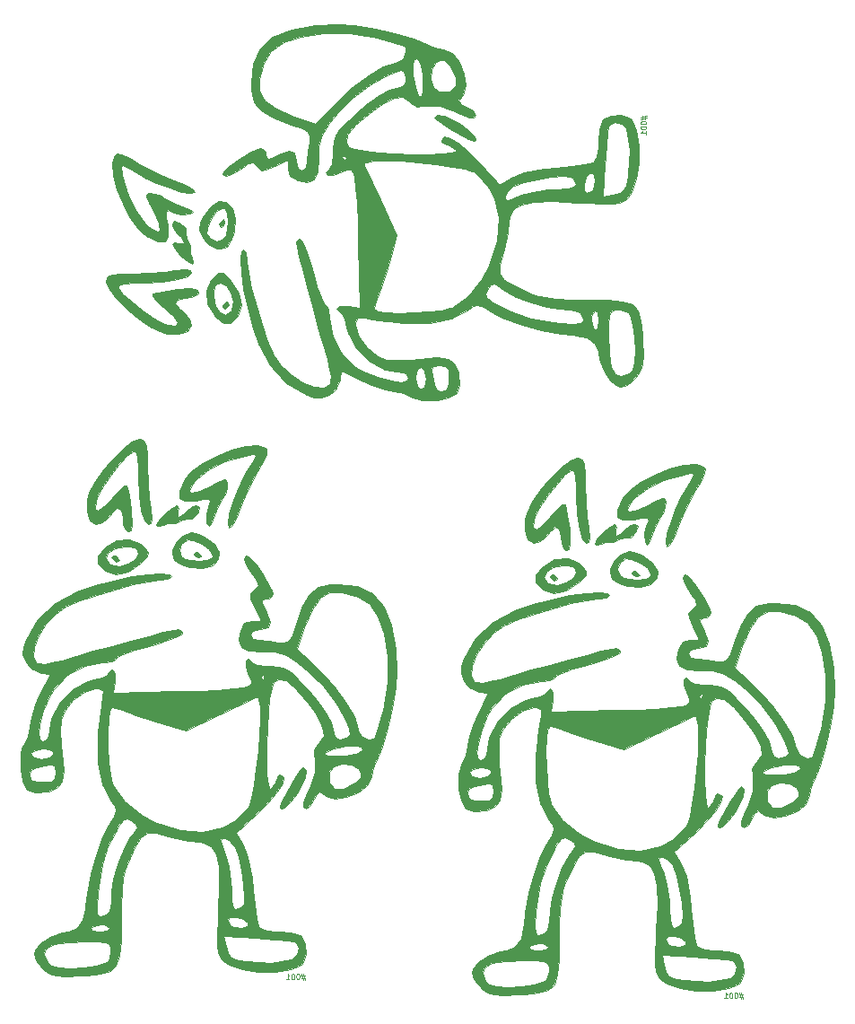
<source format=gbr>
G04 #@! TF.GenerationSoftware,KiCad,Pcbnew,(5.0.0-3-g5ebb6b6)*
G04 #@! TF.CreationDate,2019-09-09T21:19:02-07:00*
G04 #@! TF.ProjectId,panelized001,70616E656C697A65643030312E6B6963,rev?*
G04 #@! TF.SameCoordinates,Original*
G04 #@! TF.FileFunction,Legend,Bot*
G04 #@! TF.FilePolarity,Positive*
%FSLAX46Y46*%
G04 Gerber Fmt 4.6, Leading zero omitted, Abs format (unit mm)*
G04 Created by KiCad (PCBNEW (5.0.0-3-g5ebb6b6)) date Monday, September 09, 2019 at 09:19:02 PM*
%MOMM*%
%LPD*%
G01*
G04 APERTURE LIST*
%ADD10C,0.100000*%
%ADD11C,0.010000*%
G04 APERTURE END LIST*
D10*
X195687047Y-134093757D02*
X195329904Y-134093757D01*
X195544190Y-133879471D02*
X195687047Y-134522328D01*
X195377523Y-134308042D02*
X195734666Y-134308042D01*
X195520380Y-134522328D02*
X195377523Y-133879471D01*
X195068000Y-133927090D02*
X195020380Y-133927090D01*
X194972761Y-133950900D01*
X194948952Y-133974709D01*
X194925142Y-134022328D01*
X194901333Y-134117566D01*
X194901333Y-134236614D01*
X194925142Y-134331852D01*
X194948952Y-134379471D01*
X194972761Y-134403280D01*
X195020380Y-134427090D01*
X195068000Y-134427090D01*
X195115619Y-134403280D01*
X195139428Y-134379471D01*
X195163238Y-134331852D01*
X195187047Y-134236614D01*
X195187047Y-134117566D01*
X195163238Y-134022328D01*
X195139428Y-133974709D01*
X195115619Y-133950900D01*
X195068000Y-133927090D01*
X194591809Y-133927090D02*
X194544190Y-133927090D01*
X194496571Y-133950900D01*
X194472761Y-133974709D01*
X194448952Y-134022328D01*
X194425142Y-134117566D01*
X194425142Y-134236614D01*
X194448952Y-134331852D01*
X194472761Y-134379471D01*
X194496571Y-134403280D01*
X194544190Y-134427090D01*
X194591809Y-134427090D01*
X194639428Y-134403280D01*
X194663238Y-134379471D01*
X194687047Y-134331852D01*
X194710857Y-134236614D01*
X194710857Y-134117566D01*
X194687047Y-134022328D01*
X194663238Y-133974709D01*
X194639428Y-133950900D01*
X194591809Y-133927090D01*
X193948952Y-134427090D02*
X194234666Y-134427090D01*
X194091809Y-134427090D02*
X194091809Y-133927090D01*
X194139428Y-133998519D01*
X194187047Y-134046138D01*
X194234666Y-134069947D01*
X237025547Y-135871757D02*
X236668404Y-135871757D01*
X236882690Y-135657471D02*
X237025547Y-136300328D01*
X236716023Y-136086042D02*
X237073166Y-136086042D01*
X236858880Y-136300328D02*
X236716023Y-135657471D01*
X236406500Y-135705090D02*
X236358880Y-135705090D01*
X236311261Y-135728900D01*
X236287452Y-135752709D01*
X236263642Y-135800328D01*
X236239833Y-135895566D01*
X236239833Y-136014614D01*
X236263642Y-136109852D01*
X236287452Y-136157471D01*
X236311261Y-136181280D01*
X236358880Y-136205090D01*
X236406500Y-136205090D01*
X236454119Y-136181280D01*
X236477928Y-136157471D01*
X236501738Y-136109852D01*
X236525547Y-136014614D01*
X236525547Y-135895566D01*
X236501738Y-135800328D01*
X236477928Y-135752709D01*
X236454119Y-135728900D01*
X236406500Y-135705090D01*
X235930309Y-135705090D02*
X235882690Y-135705090D01*
X235835071Y-135728900D01*
X235811261Y-135752709D01*
X235787452Y-135800328D01*
X235763642Y-135895566D01*
X235763642Y-136014614D01*
X235787452Y-136109852D01*
X235811261Y-136157471D01*
X235835071Y-136181280D01*
X235882690Y-136205090D01*
X235930309Y-136205090D01*
X235977928Y-136181280D01*
X236001738Y-136157471D01*
X236025547Y-136109852D01*
X236049357Y-136014614D01*
X236049357Y-135895566D01*
X236025547Y-135800328D01*
X236001738Y-135752709D01*
X235977928Y-135728900D01*
X235930309Y-135705090D01*
X235287452Y-136205090D02*
X235573166Y-136205090D01*
X235430309Y-136205090D02*
X235430309Y-135705090D01*
X235477928Y-135776519D01*
X235525547Y-135824138D01*
X235573166Y-135847947D01*
X227565757Y-52978952D02*
X227565757Y-53336095D01*
X227351471Y-53121809D02*
X227994328Y-52978952D01*
X227780042Y-53288476D02*
X227780042Y-52931333D01*
X227994328Y-53145619D02*
X227351471Y-53288476D01*
X227399090Y-53598000D02*
X227399090Y-53645619D01*
X227422900Y-53693238D01*
X227446709Y-53717047D01*
X227494328Y-53740857D01*
X227589566Y-53764666D01*
X227708614Y-53764666D01*
X227803852Y-53740857D01*
X227851471Y-53717047D01*
X227875280Y-53693238D01*
X227899090Y-53645619D01*
X227899090Y-53598000D01*
X227875280Y-53550380D01*
X227851471Y-53526571D01*
X227803852Y-53502761D01*
X227708614Y-53478952D01*
X227589566Y-53478952D01*
X227494328Y-53502761D01*
X227446709Y-53526571D01*
X227422900Y-53550380D01*
X227399090Y-53598000D01*
X227399090Y-54074190D02*
X227399090Y-54121809D01*
X227422900Y-54169428D01*
X227446709Y-54193238D01*
X227494328Y-54217047D01*
X227589566Y-54240857D01*
X227708614Y-54240857D01*
X227803852Y-54217047D01*
X227851471Y-54193238D01*
X227875280Y-54169428D01*
X227899090Y-54121809D01*
X227899090Y-54074190D01*
X227875280Y-54026571D01*
X227851471Y-54002761D01*
X227803852Y-53978952D01*
X227708614Y-53955142D01*
X227589566Y-53955142D01*
X227494328Y-53978952D01*
X227446709Y-54002761D01*
X227422900Y-54026571D01*
X227399090Y-54074190D01*
X227899090Y-54717047D02*
X227899090Y-54431333D01*
X227899090Y-54574190D02*
X227399090Y-54574190D01*
X227470519Y-54526571D01*
X227518138Y-54478952D01*
X227541947Y-54431333D01*
D11*
G04 #@! TO.C,G\002A\002A\002A*
G36*
X185575222Y-94135222D02*
X185911766Y-94452230D01*
X185928000Y-94508819D01*
X185655058Y-94660344D01*
X185575222Y-94664388D01*
X185236001Y-94393190D01*
X185222444Y-94290791D01*
X185438569Y-94080099D01*
X185575222Y-94135222D01*
X185575222Y-94135222D01*
G37*
X185575222Y-94135222D02*
X185911766Y-94452230D01*
X185928000Y-94508819D01*
X185655058Y-94660344D01*
X185575222Y-94664388D01*
X185236001Y-94393190D01*
X185222444Y-94290791D01*
X185438569Y-94080099D01*
X185575222Y-94135222D01*
G36*
X177814111Y-94488000D02*
X178150655Y-94805008D01*
X178166889Y-94861597D01*
X177893947Y-95013122D01*
X177814111Y-95017166D01*
X177474890Y-94745968D01*
X177461333Y-94643569D01*
X177677458Y-94432877D01*
X177814111Y-94488000D01*
X177814111Y-94488000D01*
G37*
X177814111Y-94488000D02*
X178150655Y-94805008D01*
X178166889Y-94861597D01*
X177893947Y-95013122D01*
X177814111Y-95017166D01*
X177474890Y-94745968D01*
X177461333Y-94643569D01*
X177677458Y-94432877D01*
X177814111Y-94488000D01*
G36*
X191987383Y-84306870D02*
X192107608Y-84443537D01*
X192055430Y-84919613D01*
X191677803Y-85743658D01*
X191321952Y-86330359D01*
X190613724Y-87578944D01*
X189929687Y-89068965D01*
X189634580Y-89848433D01*
X189179792Y-91011674D01*
X188786949Y-91703154D01*
X188508692Y-91857878D01*
X188397665Y-91410851D01*
X188397444Y-91375843D01*
X188536499Y-90595557D01*
X188889816Y-89444225D01*
X189361625Y-88184590D01*
X189856153Y-87079396D01*
X190156305Y-86550500D01*
X190794266Y-85579465D01*
X191028574Y-85072995D01*
X190854198Y-84913499D01*
X190266112Y-84983385D01*
X190090675Y-85015992D01*
X188377136Y-85508193D01*
X186779614Y-86265414D01*
X185545772Y-87160791D01*
X185226225Y-87507763D01*
X184773567Y-88239902D01*
X184879530Y-88557513D01*
X185527700Y-88454898D01*
X186593149Y-87982225D01*
X187487115Y-87545792D01*
X188091895Y-87286841D01*
X188207001Y-87256055D01*
X188389879Y-87530344D01*
X188355823Y-88134264D01*
X188142415Y-88739397D01*
X188018280Y-88905219D01*
X187665048Y-89466291D01*
X187260555Y-90386860D01*
X187164186Y-90651469D01*
X186842161Y-91460401D01*
X186617885Y-91659276D01*
X186438640Y-91378697D01*
X186386189Y-90580598D01*
X186575832Y-89887696D01*
X186779482Y-89370242D01*
X186663405Y-89153796D01*
X186084852Y-89162067D01*
X185387486Y-89252588D01*
X184328692Y-89302429D01*
X183831805Y-89030015D01*
X183856677Y-88358836D01*
X184340155Y-87256721D01*
X184999586Y-86472354D01*
X186067669Y-85713248D01*
X187385819Y-85036837D01*
X188795451Y-84500558D01*
X190137979Y-84161847D01*
X191254818Y-84078139D01*
X191987383Y-84306870D01*
X191987383Y-84306870D01*
G37*
X191987383Y-84306870D02*
X192107608Y-84443537D01*
X192055430Y-84919613D01*
X191677803Y-85743658D01*
X191321952Y-86330359D01*
X190613724Y-87578944D01*
X189929687Y-89068965D01*
X189634580Y-89848433D01*
X189179792Y-91011674D01*
X188786949Y-91703154D01*
X188508692Y-91857878D01*
X188397665Y-91410851D01*
X188397444Y-91375843D01*
X188536499Y-90595557D01*
X188889816Y-89444225D01*
X189361625Y-88184590D01*
X189856153Y-87079396D01*
X190156305Y-86550500D01*
X190794266Y-85579465D01*
X191028574Y-85072995D01*
X190854198Y-84913499D01*
X190266112Y-84983385D01*
X190090675Y-85015992D01*
X188377136Y-85508193D01*
X186779614Y-86265414D01*
X185545772Y-87160791D01*
X185226225Y-87507763D01*
X184773567Y-88239902D01*
X184879530Y-88557513D01*
X185527700Y-88454898D01*
X186593149Y-87982225D01*
X187487115Y-87545792D01*
X188091895Y-87286841D01*
X188207001Y-87256055D01*
X188389879Y-87530344D01*
X188355823Y-88134264D01*
X188142415Y-88739397D01*
X188018280Y-88905219D01*
X187665048Y-89466291D01*
X187260555Y-90386860D01*
X187164186Y-90651469D01*
X186842161Y-91460401D01*
X186617885Y-91659276D01*
X186438640Y-91378697D01*
X186386189Y-90580598D01*
X186575832Y-89887696D01*
X186779482Y-89370242D01*
X186663405Y-89153796D01*
X186084852Y-89162067D01*
X185387486Y-89252588D01*
X184328692Y-89302429D01*
X183831805Y-89030015D01*
X183856677Y-88358836D01*
X184340155Y-87256721D01*
X184999586Y-86472354D01*
X186067669Y-85713248D01*
X187385819Y-85036837D01*
X188795451Y-84500558D01*
X190137979Y-84161847D01*
X191254818Y-84078139D01*
X191987383Y-84306870D01*
G36*
X185767748Y-89851878D02*
X185620836Y-90342888D01*
X185560579Y-90458416D01*
X185074238Y-90960354D01*
X184677520Y-91002990D01*
X184115262Y-91032551D01*
X183966691Y-91170640D01*
X183489557Y-91408054D01*
X183338032Y-91379291D01*
X182706263Y-91402582D01*
X182312027Y-91549471D01*
X181814581Y-91680943D01*
X181694666Y-91563295D01*
X181939591Y-91118529D01*
X182507294Y-90503435D01*
X183147165Y-89958823D01*
X183607230Y-89725500D01*
X183747840Y-89986558D01*
X183683759Y-90254666D01*
X183655895Y-90709952D01*
X183779209Y-90783833D01*
X184229118Y-90542951D01*
X184516888Y-90254666D01*
X185124109Y-89806042D01*
X185454441Y-89725500D01*
X185767748Y-89851878D01*
X185767748Y-89851878D01*
G37*
X185767748Y-89851878D02*
X185620836Y-90342888D01*
X185560579Y-90458416D01*
X185074238Y-90960354D01*
X184677520Y-91002990D01*
X184115262Y-91032551D01*
X183966691Y-91170640D01*
X183489557Y-91408054D01*
X183338032Y-91379291D01*
X182706263Y-91402582D01*
X182312027Y-91549471D01*
X181814581Y-91680943D01*
X181694666Y-91563295D01*
X181939591Y-91118529D01*
X182507294Y-90503435D01*
X183147165Y-89958823D01*
X183607230Y-89725500D01*
X183747840Y-89986558D01*
X183683759Y-90254666D01*
X183655895Y-90709952D01*
X183779209Y-90783833D01*
X184229118Y-90542951D01*
X184516888Y-90254666D01*
X185124109Y-89806042D01*
X185454441Y-89725500D01*
X185767748Y-89851878D01*
G36*
X180152507Y-83434762D02*
X180505352Y-83597496D01*
X180709971Y-84019396D01*
X180807544Y-84856324D01*
X180837234Y-86026520D01*
X180890921Y-87548203D01*
X181005893Y-89027600D01*
X181132826Y-89990083D01*
X181259196Y-90952722D01*
X181160445Y-91398160D01*
X180892869Y-91489389D01*
X180544559Y-91154285D01*
X180258356Y-90216940D01*
X180052472Y-88779301D01*
X179945118Y-86943313D01*
X179933844Y-86120599D01*
X179885634Y-85103448D01*
X179716547Y-84661213D01*
X179421189Y-84651524D01*
X178890134Y-85067497D01*
X178146179Y-85897288D01*
X177334533Y-86946795D01*
X176600404Y-88021917D01*
X176089001Y-88928550D01*
X175955490Y-89284176D01*
X175895075Y-90034606D01*
X176184514Y-90210893D01*
X176775379Y-89821285D01*
X177503219Y-89020607D01*
X178186643Y-88269431D01*
X178710239Y-87872687D01*
X178891862Y-87867033D01*
X179056156Y-88342819D01*
X179226554Y-89289647D01*
X179331367Y-90166472D01*
X179399613Y-91457088D01*
X179282568Y-92101301D01*
X178968157Y-92136672D01*
X178754851Y-91959759D01*
X178567467Y-91453465D01*
X178519666Y-90922245D01*
X178368819Y-90119550D01*
X177971524Y-89962294D01*
X177410648Y-90471933D01*
X177315400Y-90610473D01*
X176600049Y-91360761D01*
X175937727Y-91500916D01*
X175417629Y-91125434D01*
X175128950Y-90328809D01*
X175160884Y-89205537D01*
X175336877Y-88514379D01*
X175803902Y-87578423D01*
X176579503Y-86487735D01*
X177528491Y-85384916D01*
X178515676Y-84412569D01*
X179405867Y-83713294D01*
X180063873Y-83429691D01*
X180152507Y-83434762D01*
X180152507Y-83434762D01*
G37*
X180152507Y-83434762D02*
X180505352Y-83597496D01*
X180709971Y-84019396D01*
X180807544Y-84856324D01*
X180837234Y-86026520D01*
X180890921Y-87548203D01*
X181005893Y-89027600D01*
X181132826Y-89990083D01*
X181259196Y-90952722D01*
X181160445Y-91398160D01*
X180892869Y-91489389D01*
X180544559Y-91154285D01*
X180258356Y-90216940D01*
X180052472Y-88779301D01*
X179945118Y-86943313D01*
X179933844Y-86120599D01*
X179885634Y-85103448D01*
X179716547Y-84661213D01*
X179421189Y-84651524D01*
X178890134Y-85067497D01*
X178146179Y-85897288D01*
X177334533Y-86946795D01*
X176600404Y-88021917D01*
X176089001Y-88928550D01*
X175955490Y-89284176D01*
X175895075Y-90034606D01*
X176184514Y-90210893D01*
X176775379Y-89821285D01*
X177503219Y-89020607D01*
X178186643Y-88269431D01*
X178710239Y-87872687D01*
X178891862Y-87867033D01*
X179056156Y-88342819D01*
X179226554Y-89289647D01*
X179331367Y-90166472D01*
X179399613Y-91457088D01*
X179282568Y-92101301D01*
X178968157Y-92136672D01*
X178754851Y-91959759D01*
X178567467Y-91453465D01*
X178519666Y-90922245D01*
X178368819Y-90119550D01*
X177971524Y-89962294D01*
X177410648Y-90471933D01*
X177315400Y-90610473D01*
X176600049Y-91360761D01*
X175937727Y-91500916D01*
X175417629Y-91125434D01*
X175128950Y-90328809D01*
X175160884Y-89205537D01*
X175336877Y-88514379D01*
X175803902Y-87578423D01*
X176579503Y-86487735D01*
X177528491Y-85384916D01*
X178515676Y-84412569D01*
X179405867Y-83713294D01*
X180063873Y-83429691D01*
X180152507Y-83434762D01*
G36*
X185640735Y-92382788D02*
X186092026Y-92584067D01*
X187163227Y-93323873D01*
X187617624Y-94099020D01*
X187530645Y-94808367D01*
X186977715Y-95350775D01*
X186034262Y-95625104D01*
X184775710Y-95530214D01*
X184055963Y-95314243D01*
X183340561Y-94902945D01*
X183154884Y-94272756D01*
X183174018Y-94022106D01*
X183200509Y-93963708D01*
X183869911Y-93963708D01*
X184058325Y-94553108D01*
X184408068Y-94770015D01*
X185624629Y-94973020D01*
X186532009Y-94910700D01*
X186969211Y-94600160D01*
X186986333Y-94496132D01*
X186687363Y-93897419D01*
X185975611Y-93333944D01*
X185128818Y-92985827D01*
X184622429Y-92963090D01*
X184069979Y-93332271D01*
X183869911Y-93963708D01*
X183200509Y-93963708D01*
X183596688Y-93090358D01*
X184184289Y-92595195D01*
X184943596Y-92282067D01*
X185640735Y-92382788D01*
X185640735Y-92382788D01*
G37*
X185640735Y-92382788D02*
X186092026Y-92584067D01*
X187163227Y-93323873D01*
X187617624Y-94099020D01*
X187530645Y-94808367D01*
X186977715Y-95350775D01*
X186034262Y-95625104D01*
X184775710Y-95530214D01*
X184055963Y-95314243D01*
X183340561Y-94902945D01*
X183154884Y-94272756D01*
X183174018Y-94022106D01*
X183200509Y-93963708D01*
X183869911Y-93963708D01*
X184058325Y-94553108D01*
X184408068Y-94770015D01*
X185624629Y-94973020D01*
X186532009Y-94910700D01*
X186969211Y-94600160D01*
X186986333Y-94496132D01*
X186687363Y-93897419D01*
X185975611Y-93333944D01*
X185128818Y-92985827D01*
X184622429Y-92963090D01*
X184069979Y-93332271D01*
X183869911Y-93963708D01*
X183200509Y-93963708D01*
X183596688Y-93090358D01*
X184184289Y-92595195D01*
X184943596Y-92282067D01*
X185640735Y-92382788D01*
G36*
X180209780Y-93378101D02*
X180472058Y-93619441D01*
X180879879Y-94138110D01*
X180851173Y-94530393D01*
X180346980Y-95083106D01*
X180262151Y-95164734D01*
X179045060Y-96000635D01*
X177834405Y-96229171D01*
X176820630Y-95869551D01*
X176172465Y-95213036D01*
X176173899Y-94752214D01*
X176916560Y-94752214D01*
X177253350Y-95255657D01*
X177344072Y-95311333D01*
X178152404Y-95470317D01*
X179034158Y-95259142D01*
X179714940Y-94787519D01*
X179930777Y-94277100D01*
X179776218Y-93809381D01*
X179193654Y-93623727D01*
X178708467Y-93606055D01*
X177760537Y-93781908D01*
X177124428Y-94212463D01*
X176916560Y-94752214D01*
X176173899Y-94752214D01*
X176174594Y-94529141D01*
X176829423Y-93702827D01*
X176866709Y-93667549D01*
X177950117Y-93043384D01*
X179147448Y-92945794D01*
X180209780Y-93378101D01*
X180209780Y-93378101D01*
G37*
X180209780Y-93378101D02*
X180472058Y-93619441D01*
X180879879Y-94138110D01*
X180851173Y-94530393D01*
X180346980Y-95083106D01*
X180262151Y-95164734D01*
X179045060Y-96000635D01*
X177834405Y-96229171D01*
X176820630Y-95869551D01*
X176172465Y-95213036D01*
X176173899Y-94752214D01*
X176916560Y-94752214D01*
X177253350Y-95255657D01*
X177344072Y-95311333D01*
X178152404Y-95470317D01*
X179034158Y-95259142D01*
X179714940Y-94787519D01*
X179930777Y-94277100D01*
X179776218Y-93809381D01*
X179193654Y-93623727D01*
X178708467Y-93606055D01*
X177760537Y-93781908D01*
X177124428Y-94212463D01*
X176916560Y-94752214D01*
X176173899Y-94752214D01*
X176174594Y-94529141D01*
X176829423Y-93702827D01*
X176866709Y-93667549D01*
X177950117Y-93043384D01*
X179147448Y-92945794D01*
X180209780Y-93378101D01*
G36*
X195801091Y-114681328D02*
X195680619Y-115383393D01*
X195211682Y-116404413D01*
X194919407Y-116896399D01*
X194288726Y-117754056D01*
X193741568Y-118260639D01*
X193396771Y-118323974D01*
X193336333Y-118124295D01*
X193502149Y-117669050D01*
X193916488Y-116873546D01*
X194454684Y-115946942D01*
X194992075Y-115098397D01*
X195403996Y-114537069D01*
X195541194Y-114425027D01*
X195801091Y-114681328D01*
X195801091Y-114681328D01*
G37*
X195801091Y-114681328D02*
X195680619Y-115383393D01*
X195211682Y-116404413D01*
X194919407Y-116896399D01*
X194288726Y-117754056D01*
X193741568Y-118260639D01*
X193396771Y-118323974D01*
X193336333Y-118124295D01*
X193502149Y-117669050D01*
X193916488Y-116873546D01*
X194454684Y-115946942D01*
X194992075Y-115098397D01*
X195403996Y-114537069D01*
X195541194Y-114425027D01*
X195801091Y-114681328D01*
G36*
X190498534Y-94648578D02*
X191039577Y-95242147D01*
X191649933Y-96083365D01*
X192199930Y-96983890D01*
X192559899Y-97755378D01*
X192630777Y-98084844D01*
X192346935Y-98492171D01*
X192101611Y-98544944D01*
X191694321Y-98584397D01*
X191626190Y-98821650D01*
X191894657Y-99435049D01*
X192083556Y-99802242D01*
X192425609Y-100713322D01*
X192234484Y-101206320D01*
X191471722Y-101366211D01*
X191375235Y-101367166D01*
X190681525Y-101554913D01*
X190514111Y-101896333D01*
X190818296Y-102323400D01*
X191351958Y-102425500D01*
X192345449Y-102497278D01*
X193218555Y-102631250D01*
X193812208Y-102705084D01*
X194193432Y-102531589D01*
X194500003Y-101965739D01*
X194855209Y-100908508D01*
X195488267Y-99188695D01*
X196167641Y-98062910D01*
X197005074Y-97422667D01*
X198112307Y-97159477D01*
X198741799Y-97135152D01*
X200600847Y-97357318D01*
X202055320Y-98046186D01*
X203131083Y-99239788D01*
X203853999Y-100976161D01*
X204249934Y-103293340D01*
X204347401Y-105378281D01*
X204244435Y-106942936D01*
X203950134Y-108819709D01*
X203521987Y-110744440D01*
X203017487Y-112452969D01*
X202571531Y-113538000D01*
X202172022Y-114475574D01*
X201971196Y-115253278D01*
X201970747Y-115258384D01*
X201587248Y-116093131D01*
X200736984Y-116792114D01*
X199647500Y-117261866D01*
X198546342Y-117408925D01*
X197661054Y-117139826D01*
X197569936Y-117066022D01*
X197112215Y-116752439D01*
X196801799Y-116969814D01*
X196576629Y-117416126D01*
X196163946Y-118065999D01*
X195813341Y-118300500D01*
X195513326Y-118184756D01*
X195531460Y-117758300D01*
X195888943Y-116902294D01*
X196160011Y-116357366D01*
X196655764Y-114982748D01*
X196654407Y-114881523D01*
X197983692Y-114881523D01*
X198019150Y-115887925D01*
X198505108Y-116434615D01*
X199317502Y-116471379D01*
X200332271Y-115948004D01*
X200429559Y-115871489D01*
X200968859Y-115343823D01*
X200979123Y-114924669D01*
X200763272Y-114618752D01*
X200082624Y-114205247D01*
X199205753Y-114124779D01*
X198414064Y-114350744D01*
X197988960Y-114856540D01*
X197983692Y-114881523D01*
X196654407Y-114881523D01*
X196639323Y-113756857D01*
X196599376Y-113177072D01*
X197497179Y-113177072D01*
X197927774Y-113320072D01*
X198510952Y-113350883D01*
X199579235Y-113308080D01*
X200404882Y-113188397D01*
X200539425Y-113147479D01*
X201102015Y-112808489D01*
X201056510Y-112531611D01*
X200500253Y-112391943D01*
X199632049Y-112447428D01*
X198401639Y-112698585D01*
X197672575Y-112955855D01*
X197497179Y-113177072D01*
X196599376Y-113177072D01*
X196573361Y-112799498D01*
X196878294Y-112216350D01*
X197033414Y-112088446D01*
X197456746Y-111478176D01*
X197364091Y-110596754D01*
X196739100Y-109385623D01*
X195979821Y-108315156D01*
X194828507Y-106964268D01*
X193904244Y-106243148D01*
X193167789Y-106128187D01*
X192760193Y-106378227D01*
X192546714Y-106891714D01*
X192367361Y-107881311D01*
X192225844Y-109208637D01*
X192125877Y-110735311D01*
X192071169Y-112322952D01*
X192065434Y-113833177D01*
X192112383Y-115127606D01*
X192215727Y-116067857D01*
X192379179Y-116515548D01*
X192488479Y-116508318D01*
X192917386Y-115908352D01*
X192983555Y-115611471D01*
X193188619Y-115170423D01*
X193336333Y-115125500D01*
X193720105Y-115339408D01*
X193607003Y-115929260D01*
X193040447Y-116817248D01*
X192063855Y-117925565D01*
X191428366Y-118544554D01*
X189167622Y-120650547D01*
X189848482Y-121725891D01*
X190337395Y-122943289D01*
X190697834Y-124849654D01*
X190821437Y-125966746D01*
X190978235Y-127422034D01*
X191149348Y-128624164D01*
X191306692Y-129388252D01*
X191363808Y-129537212D01*
X191838303Y-129776829D01*
X192755523Y-129922115D01*
X193286597Y-129942166D01*
X194370701Y-130026659D01*
X195182171Y-130240319D01*
X195382444Y-130365500D01*
X195727582Y-131093302D01*
X195774829Y-132042960D01*
X195526605Y-132848519D01*
X195364805Y-133033234D01*
X194348849Y-133498047D01*
X192918645Y-133723476D01*
X191310817Y-133720120D01*
X189761992Y-133498576D01*
X188508793Y-133069442D01*
X187982903Y-132702625D01*
X187676961Y-132343896D01*
X187487796Y-131909771D01*
X187401250Y-131256185D01*
X187402909Y-130373412D01*
X188050918Y-130373412D01*
X188273809Y-131304317D01*
X188438334Y-131966283D01*
X188652657Y-132319860D01*
X189120467Y-132516715D01*
X190045451Y-132708515D01*
X190200810Y-132739182D01*
X192501654Y-132893812D01*
X194482861Y-132537889D01*
X194953186Y-132131510D01*
X195088725Y-131489702D01*
X194854433Y-130949660D01*
X194659250Y-130840674D01*
X194123574Y-130760396D01*
X193074419Y-130664861D01*
X191703151Y-130570491D01*
X191134598Y-130538201D01*
X188050918Y-130373412D01*
X187402909Y-130373412D01*
X187403162Y-130239076D01*
X187473841Y-128825037D01*
X188397444Y-128825037D01*
X188702589Y-129383953D01*
X189603428Y-129588654D01*
X189679891Y-129589389D01*
X190268157Y-129453363D01*
X190288907Y-129060222D01*
X189897389Y-128715820D01*
X189246891Y-128539819D01*
X188644754Y-128570434D01*
X188397444Y-128825037D01*
X187473841Y-128825037D01*
X187479373Y-128714381D01*
X187522175Y-128015028D01*
X187617983Y-125617591D01*
X187551262Y-123840042D01*
X187302721Y-122611406D01*
X186853071Y-121860708D01*
X186183020Y-121516974D01*
X185744771Y-121475500D01*
X184762002Y-121372925D01*
X184672649Y-121354639D01*
X187734339Y-121354639D01*
X187911623Y-121904282D01*
X188221055Y-122655808D01*
X188529798Y-123763823D01*
X188720468Y-125158957D01*
X188750222Y-125873891D01*
X188804632Y-127076563D01*
X188985966Y-127688619D01*
X189241645Y-127825500D01*
X189793067Y-127542279D01*
X189924639Y-127326276D01*
X189996076Y-126604777D01*
X189911304Y-125459204D01*
X189710921Y-124143031D01*
X189435528Y-122909734D01*
X189125725Y-122012788D01*
X189051899Y-121877547D01*
X188531674Y-121299617D01*
X188136196Y-121122722D01*
X187812391Y-121151840D01*
X187734339Y-121354639D01*
X184672649Y-121354639D01*
X183485080Y-121111607D01*
X182790825Y-120924884D01*
X181622256Y-120629534D01*
X180820854Y-120642502D01*
X180220844Y-121058449D01*
X179656447Y-121972036D01*
X179181395Y-122985912D01*
X178802105Y-123931928D01*
X178557328Y-124869722D01*
X178419020Y-125994569D01*
X178359138Y-127501745D01*
X178348981Y-128782203D01*
X178322009Y-130783727D01*
X178194853Y-132190627D01*
X177888052Y-133113528D01*
X177322144Y-133663058D01*
X176417667Y-133949842D01*
X175095160Y-134084508D01*
X174517595Y-134116237D01*
X173131854Y-134160725D01*
X172230373Y-134093119D01*
X171595152Y-133869434D01*
X171008190Y-133445686D01*
X170950663Y-133396561D01*
X170286912Y-132682323D01*
X170152897Y-132048025D01*
X171111333Y-132048025D01*
X171387741Y-132786655D01*
X171728694Y-133112205D01*
X172445180Y-133313881D01*
X173549442Y-133378430D01*
X174808526Y-133322979D01*
X175989481Y-133164656D01*
X176859354Y-132920587D01*
X177155050Y-132713247D01*
X177375812Y-131973594D01*
X177375159Y-131529666D01*
X177239869Y-131134267D01*
X176850907Y-130923167D01*
X176039861Y-130843548D01*
X175168277Y-130837511D01*
X173258535Y-130921494D01*
X171984598Y-131156323D01*
X171289532Y-131558987D01*
X171111333Y-132048025D01*
X170152897Y-132048025D01*
X170150034Y-132034477D01*
X170218179Y-131741374D01*
X170728876Y-131067984D01*
X171668532Y-130447962D01*
X172767283Y-130031900D01*
X173442361Y-129942166D01*
X174197459Y-129626623D01*
X174223873Y-129589389D01*
X175521055Y-129589389D01*
X175660313Y-129837992D01*
X176350848Y-129941840D01*
X176403000Y-129942166D01*
X177120098Y-129848228D01*
X177294303Y-129606179D01*
X177284944Y-129589389D01*
X176785898Y-129289950D01*
X176403000Y-129236611D01*
X175736355Y-129403448D01*
X175521055Y-129589389D01*
X174223873Y-129589389D01*
X174764101Y-128827885D01*
X174980958Y-127825500D01*
X175008335Y-127550511D01*
X176072228Y-127550511D01*
X176110478Y-128225503D01*
X176302902Y-128498644D01*
X176490632Y-128531055D01*
X177074121Y-128244437D01*
X177247201Y-127973036D01*
X177397080Y-127239536D01*
X177461294Y-126245014D01*
X177461333Y-126222207D01*
X177625661Y-125055254D01*
X178048607Y-123604958D01*
X178625109Y-122156661D01*
X179250108Y-120995708D01*
X179512998Y-120649887D01*
X179895572Y-120126032D01*
X179739411Y-119757402D01*
X179409487Y-119497357D01*
X178948629Y-119240633D01*
X178580747Y-119368657D01*
X178123136Y-119982190D01*
X177912405Y-120322969D01*
X177123477Y-121865908D01*
X176588357Y-123567910D01*
X176237805Y-125667053D01*
X176166471Y-126326194D01*
X176072228Y-127550511D01*
X175008335Y-127550511D01*
X175128626Y-126342254D01*
X175491877Y-124547861D01*
X175999623Y-122705084D01*
X176580775Y-121076684D01*
X177085036Y-120048134D01*
X177644853Y-119103346D01*
X177861149Y-118530022D01*
X177765264Y-118101888D01*
X177419792Y-117631247D01*
X176590151Y-116073208D01*
X176171192Y-113975223D01*
X176170507Y-111376421D01*
X176180706Y-111244944D01*
X176190355Y-111143764D01*
X177099539Y-111143764D01*
X177118633Y-112518955D01*
X177200339Y-113895285D01*
X177341029Y-115097707D01*
X177537077Y-115951174D01*
X177606227Y-116113157D01*
X178718988Y-117615726D01*
X180291201Y-118911787D01*
X181518277Y-119573186D01*
X183954894Y-120374299D01*
X186086754Y-120551687D01*
X187939533Y-120105020D01*
X189010068Y-119477104D01*
X189829666Y-118777186D01*
X190405485Y-118129834D01*
X190471948Y-118021577D01*
X190675922Y-117340567D01*
X190892820Y-116141869D01*
X191103056Y-114612604D01*
X191287042Y-112939888D01*
X191425191Y-111310841D01*
X191497914Y-109912581D01*
X191485625Y-108932228D01*
X191449249Y-108685453D01*
X191218454Y-107765894D01*
X187838200Y-109345495D01*
X184457947Y-110925097D01*
X182458945Y-110362578D01*
X181077731Y-109949026D01*
X179741153Y-109509319D01*
X179129888Y-109287779D01*
X178202426Y-108961298D01*
X177547259Y-108785362D01*
X177454194Y-108775500D01*
X177263693Y-109096989D01*
X177146683Y-109944760D01*
X177099539Y-111143764D01*
X176190355Y-111143764D01*
X176314850Y-109838343D01*
X176467346Y-108620897D01*
X176606819Y-107840428D01*
X176616175Y-107805361D01*
X176672450Y-107218079D01*
X176259469Y-107022801D01*
X175942045Y-107011611D01*
X174872276Y-107313960D01*
X173817387Y-108084578D01*
X173004381Y-109118817D01*
X172690119Y-109943293D01*
X172626974Y-110941415D01*
X172694898Y-112258881D01*
X172793068Y-113045765D01*
X172949339Y-114669737D01*
X172783916Y-115754916D01*
X172258798Y-116408519D01*
X171495697Y-116706062D01*
X170268759Y-116849422D01*
X169501505Y-116559516D01*
X169074078Y-115742583D01*
X168972933Y-115125500D01*
X169700222Y-115125500D01*
X169838340Y-115611783D01*
X170377537Y-115807992D01*
X170934944Y-115831055D01*
X171768273Y-115766963D01*
X172109700Y-115470642D01*
X172169666Y-114911367D01*
X172064787Y-114260685D01*
X171690214Y-114178597D01*
X171611647Y-114205812D01*
X170767954Y-114393816D01*
X170376925Y-114419944D01*
X169808119Y-114683189D01*
X169700222Y-115125500D01*
X168972933Y-115125500D01*
X168899043Y-114674700D01*
X168859043Y-113292970D01*
X168913843Y-113088469D01*
X169846906Y-113088469D01*
X170003436Y-113412346D01*
X170138996Y-113480018D01*
X170862315Y-113676201D01*
X171558687Y-113520379D01*
X171609621Y-113501034D01*
X171999620Y-113178062D01*
X171810436Y-112852709D01*
X171153912Y-112665046D01*
X170934944Y-112656055D01*
X170203914Y-112788230D01*
X169846906Y-113088469D01*
X168913843Y-113088469D01*
X169086652Y-112443588D01*
X169207881Y-112275499D01*
X169568229Y-111525391D01*
X169700222Y-110649519D01*
X169859274Y-109756197D01*
X170270647Y-108552459D01*
X170695256Y-107607816D01*
X171690290Y-105635148D01*
X170794578Y-105529629D01*
X169902949Y-105117564D01*
X169383914Y-104502384D01*
X169070932Y-103763292D01*
X169117946Y-103061291D01*
X169362850Y-102388306D01*
X170501555Y-100507066D01*
X172160873Y-98940464D01*
X174173602Y-97845912D01*
X174197212Y-97837035D01*
X175898262Y-97268760D01*
X177668954Y-96792364D01*
X179381498Y-96428055D01*
X180908105Y-96196041D01*
X182120986Y-96116530D01*
X182892350Y-96209730D01*
X183105777Y-96428277D01*
X182796383Y-96664484D01*
X182038712Y-96779025D01*
X181910519Y-96781055D01*
X180910887Y-96896083D01*
X179459826Y-97202238D01*
X177765869Y-97641128D01*
X176037550Y-98154361D01*
X174483401Y-98683545D01*
X173311956Y-99170289D01*
X173228000Y-99212277D01*
X172188619Y-99942080D01*
X171282226Y-100929319D01*
X170579503Y-102030408D01*
X170151134Y-103101760D01*
X170067802Y-103999790D01*
X170400192Y-104580911D01*
X170547912Y-104656595D01*
X171154355Y-104669082D01*
X172146237Y-104488796D01*
X172752773Y-104323375D01*
X174087998Y-103927805D01*
X175716143Y-103464891D01*
X177497433Y-102972031D01*
X179292098Y-102486619D01*
X180960363Y-102046053D01*
X182362456Y-101687729D01*
X183358604Y-101449043D01*
X183801926Y-101367166D01*
X184105191Y-101615615D01*
X184085440Y-101779567D01*
X183703045Y-102050242D01*
X182800173Y-102418967D01*
X181543013Y-102821631D01*
X180981697Y-102976907D01*
X179631218Y-103372668D01*
X178569956Y-103756008D01*
X177963476Y-104064091D01*
X177885368Y-104152006D01*
X177480063Y-104421675D01*
X176675794Y-104541773D01*
X176624740Y-104542166D01*
X174900282Y-104866182D01*
X173285255Y-105742821D01*
X172006405Y-107028975D01*
X171594210Y-107717166D01*
X171026543Y-109089258D01*
X170683841Y-110336966D01*
X170588155Y-111313766D01*
X170761534Y-111873137D01*
X170957123Y-111950500D01*
X171412564Y-111704615D01*
X171466078Y-111509527D01*
X171774730Y-109824057D01*
X172595381Y-108277630D01*
X173792806Y-107039997D01*
X175231778Y-106280907D01*
X175722375Y-106166599D01*
X176595406Y-105948658D01*
X177076137Y-105676401D01*
X177108555Y-105596331D01*
X177382174Y-105264228D01*
X177501373Y-105247722D01*
X177745471Y-105556161D01*
X177732538Y-106349134D01*
X177570885Y-107450547D01*
X183601526Y-107279136D01*
X185630842Y-107207794D01*
X187442551Y-107118467D01*
X188906575Y-107019585D01*
X189892839Y-106919577D01*
X190240801Y-106848885D01*
X190626621Y-106601347D01*
X190615810Y-106195941D01*
X190502193Y-105953277D01*
X191572444Y-105953277D01*
X191701520Y-106243653D01*
X191807629Y-106188463D01*
X191849850Y-105769798D01*
X191807629Y-105718092D01*
X191597903Y-105766518D01*
X191572444Y-105953277D01*
X190502193Y-105953277D01*
X190330289Y-105586126D01*
X190108917Y-104898049D01*
X190142051Y-104383085D01*
X190367894Y-104223123D01*
X190686943Y-104536412D01*
X191147122Y-104756077D01*
X192040585Y-104882713D01*
X192445609Y-104894944D01*
X193238921Y-104933153D01*
X193864956Y-105119581D01*
X194496787Y-105561933D01*
X195307489Y-106367913D01*
X195964146Y-107084524D01*
X196913650Y-108213541D01*
X197668852Y-109259844D01*
X198097942Y-110036427D01*
X198139877Y-110171329D01*
X198389692Y-111194439D01*
X198635016Y-111676390D01*
X198993327Y-111770959D01*
X199311975Y-111705582D01*
X199810106Y-111556015D01*
X199986051Y-111324453D01*
X199861040Y-110813879D01*
X199502460Y-109937897D01*
X198644628Y-108399664D01*
X197381175Y-106757281D01*
X195917901Y-105258700D01*
X194993639Y-104505513D01*
X193901124Y-103841768D01*
X192811110Y-103541766D01*
X191684831Y-103483833D01*
X190382924Y-103391651D01*
X190087810Y-103251950D01*
X194923833Y-103251950D01*
X197062201Y-105300237D01*
X198416188Y-106748038D01*
X199543698Y-108242165D01*
X200346678Y-109631034D01*
X200727076Y-110763063D01*
X200744666Y-110993134D01*
X201036915Y-111488594D01*
X201673274Y-111770870D01*
X202205201Y-111715186D01*
X202392984Y-111342578D01*
X202679245Y-110462566D01*
X203006061Y-109255747D01*
X203046824Y-109091136D01*
X203487105Y-106374775D01*
X203471780Y-104054743D01*
X203167908Y-101822723D01*
X202616031Y-100183294D01*
X201775933Y-99054782D01*
X200679355Y-98383584D01*
X199180475Y-97913235D01*
X198030570Y-97908754D01*
X197125149Y-98429539D01*
X196359724Y-99534985D01*
X195643530Y-101246146D01*
X194923833Y-103251950D01*
X190087810Y-103251950D01*
X189674985Y-103056528D01*
X189466680Y-102390601D01*
X189600841Y-101542766D01*
X189997260Y-100839989D01*
X190691513Y-100661611D01*
X191561029Y-100661611D01*
X190956267Y-99393411D01*
X190593268Y-98554556D01*
X190558922Y-98092689D01*
X190848679Y-97762880D01*
X190924914Y-97705925D01*
X191301702Y-97315315D01*
X191169582Y-96860864D01*
X190980367Y-96592874D01*
X190245621Y-95502176D01*
X189993207Y-94820210D01*
X190156475Y-94491002D01*
X190498534Y-94648578D01*
X190498534Y-94648578D01*
G37*
X190498534Y-94648578D02*
X191039577Y-95242147D01*
X191649933Y-96083365D01*
X192199930Y-96983890D01*
X192559899Y-97755378D01*
X192630777Y-98084844D01*
X192346935Y-98492171D01*
X192101611Y-98544944D01*
X191694321Y-98584397D01*
X191626190Y-98821650D01*
X191894657Y-99435049D01*
X192083556Y-99802242D01*
X192425609Y-100713322D01*
X192234484Y-101206320D01*
X191471722Y-101366211D01*
X191375235Y-101367166D01*
X190681525Y-101554913D01*
X190514111Y-101896333D01*
X190818296Y-102323400D01*
X191351958Y-102425500D01*
X192345449Y-102497278D01*
X193218555Y-102631250D01*
X193812208Y-102705084D01*
X194193432Y-102531589D01*
X194500003Y-101965739D01*
X194855209Y-100908508D01*
X195488267Y-99188695D01*
X196167641Y-98062910D01*
X197005074Y-97422667D01*
X198112307Y-97159477D01*
X198741799Y-97135152D01*
X200600847Y-97357318D01*
X202055320Y-98046186D01*
X203131083Y-99239788D01*
X203853999Y-100976161D01*
X204249934Y-103293340D01*
X204347401Y-105378281D01*
X204244435Y-106942936D01*
X203950134Y-108819709D01*
X203521987Y-110744440D01*
X203017487Y-112452969D01*
X202571531Y-113538000D01*
X202172022Y-114475574D01*
X201971196Y-115253278D01*
X201970747Y-115258384D01*
X201587248Y-116093131D01*
X200736984Y-116792114D01*
X199647500Y-117261866D01*
X198546342Y-117408925D01*
X197661054Y-117139826D01*
X197569936Y-117066022D01*
X197112215Y-116752439D01*
X196801799Y-116969814D01*
X196576629Y-117416126D01*
X196163946Y-118065999D01*
X195813341Y-118300500D01*
X195513326Y-118184756D01*
X195531460Y-117758300D01*
X195888943Y-116902294D01*
X196160011Y-116357366D01*
X196655764Y-114982748D01*
X196654407Y-114881523D01*
X197983692Y-114881523D01*
X198019150Y-115887925D01*
X198505108Y-116434615D01*
X199317502Y-116471379D01*
X200332271Y-115948004D01*
X200429559Y-115871489D01*
X200968859Y-115343823D01*
X200979123Y-114924669D01*
X200763272Y-114618752D01*
X200082624Y-114205247D01*
X199205753Y-114124779D01*
X198414064Y-114350744D01*
X197988960Y-114856540D01*
X197983692Y-114881523D01*
X196654407Y-114881523D01*
X196639323Y-113756857D01*
X196599376Y-113177072D01*
X197497179Y-113177072D01*
X197927774Y-113320072D01*
X198510952Y-113350883D01*
X199579235Y-113308080D01*
X200404882Y-113188397D01*
X200539425Y-113147479D01*
X201102015Y-112808489D01*
X201056510Y-112531611D01*
X200500253Y-112391943D01*
X199632049Y-112447428D01*
X198401639Y-112698585D01*
X197672575Y-112955855D01*
X197497179Y-113177072D01*
X196599376Y-113177072D01*
X196573361Y-112799498D01*
X196878294Y-112216350D01*
X197033414Y-112088446D01*
X197456746Y-111478176D01*
X197364091Y-110596754D01*
X196739100Y-109385623D01*
X195979821Y-108315156D01*
X194828507Y-106964268D01*
X193904244Y-106243148D01*
X193167789Y-106128187D01*
X192760193Y-106378227D01*
X192546714Y-106891714D01*
X192367361Y-107881311D01*
X192225844Y-109208637D01*
X192125877Y-110735311D01*
X192071169Y-112322952D01*
X192065434Y-113833177D01*
X192112383Y-115127606D01*
X192215727Y-116067857D01*
X192379179Y-116515548D01*
X192488479Y-116508318D01*
X192917386Y-115908352D01*
X192983555Y-115611471D01*
X193188619Y-115170423D01*
X193336333Y-115125500D01*
X193720105Y-115339408D01*
X193607003Y-115929260D01*
X193040447Y-116817248D01*
X192063855Y-117925565D01*
X191428366Y-118544554D01*
X189167622Y-120650547D01*
X189848482Y-121725891D01*
X190337395Y-122943289D01*
X190697834Y-124849654D01*
X190821437Y-125966746D01*
X190978235Y-127422034D01*
X191149348Y-128624164D01*
X191306692Y-129388252D01*
X191363808Y-129537212D01*
X191838303Y-129776829D01*
X192755523Y-129922115D01*
X193286597Y-129942166D01*
X194370701Y-130026659D01*
X195182171Y-130240319D01*
X195382444Y-130365500D01*
X195727582Y-131093302D01*
X195774829Y-132042960D01*
X195526605Y-132848519D01*
X195364805Y-133033234D01*
X194348849Y-133498047D01*
X192918645Y-133723476D01*
X191310817Y-133720120D01*
X189761992Y-133498576D01*
X188508793Y-133069442D01*
X187982903Y-132702625D01*
X187676961Y-132343896D01*
X187487796Y-131909771D01*
X187401250Y-131256185D01*
X187402909Y-130373412D01*
X188050918Y-130373412D01*
X188273809Y-131304317D01*
X188438334Y-131966283D01*
X188652657Y-132319860D01*
X189120467Y-132516715D01*
X190045451Y-132708515D01*
X190200810Y-132739182D01*
X192501654Y-132893812D01*
X194482861Y-132537889D01*
X194953186Y-132131510D01*
X195088725Y-131489702D01*
X194854433Y-130949660D01*
X194659250Y-130840674D01*
X194123574Y-130760396D01*
X193074419Y-130664861D01*
X191703151Y-130570491D01*
X191134598Y-130538201D01*
X188050918Y-130373412D01*
X187402909Y-130373412D01*
X187403162Y-130239076D01*
X187473841Y-128825037D01*
X188397444Y-128825037D01*
X188702589Y-129383953D01*
X189603428Y-129588654D01*
X189679891Y-129589389D01*
X190268157Y-129453363D01*
X190288907Y-129060222D01*
X189897389Y-128715820D01*
X189246891Y-128539819D01*
X188644754Y-128570434D01*
X188397444Y-128825037D01*
X187473841Y-128825037D01*
X187479373Y-128714381D01*
X187522175Y-128015028D01*
X187617983Y-125617591D01*
X187551262Y-123840042D01*
X187302721Y-122611406D01*
X186853071Y-121860708D01*
X186183020Y-121516974D01*
X185744771Y-121475500D01*
X184762002Y-121372925D01*
X184672649Y-121354639D01*
X187734339Y-121354639D01*
X187911623Y-121904282D01*
X188221055Y-122655808D01*
X188529798Y-123763823D01*
X188720468Y-125158957D01*
X188750222Y-125873891D01*
X188804632Y-127076563D01*
X188985966Y-127688619D01*
X189241645Y-127825500D01*
X189793067Y-127542279D01*
X189924639Y-127326276D01*
X189996076Y-126604777D01*
X189911304Y-125459204D01*
X189710921Y-124143031D01*
X189435528Y-122909734D01*
X189125725Y-122012788D01*
X189051899Y-121877547D01*
X188531674Y-121299617D01*
X188136196Y-121122722D01*
X187812391Y-121151840D01*
X187734339Y-121354639D01*
X184672649Y-121354639D01*
X183485080Y-121111607D01*
X182790825Y-120924884D01*
X181622256Y-120629534D01*
X180820854Y-120642502D01*
X180220844Y-121058449D01*
X179656447Y-121972036D01*
X179181395Y-122985912D01*
X178802105Y-123931928D01*
X178557328Y-124869722D01*
X178419020Y-125994569D01*
X178359138Y-127501745D01*
X178348981Y-128782203D01*
X178322009Y-130783727D01*
X178194853Y-132190627D01*
X177888052Y-133113528D01*
X177322144Y-133663058D01*
X176417667Y-133949842D01*
X175095160Y-134084508D01*
X174517595Y-134116237D01*
X173131854Y-134160725D01*
X172230373Y-134093119D01*
X171595152Y-133869434D01*
X171008190Y-133445686D01*
X170950663Y-133396561D01*
X170286912Y-132682323D01*
X170152897Y-132048025D01*
X171111333Y-132048025D01*
X171387741Y-132786655D01*
X171728694Y-133112205D01*
X172445180Y-133313881D01*
X173549442Y-133378430D01*
X174808526Y-133322979D01*
X175989481Y-133164656D01*
X176859354Y-132920587D01*
X177155050Y-132713247D01*
X177375812Y-131973594D01*
X177375159Y-131529666D01*
X177239869Y-131134267D01*
X176850907Y-130923167D01*
X176039861Y-130843548D01*
X175168277Y-130837511D01*
X173258535Y-130921494D01*
X171984598Y-131156323D01*
X171289532Y-131558987D01*
X171111333Y-132048025D01*
X170152897Y-132048025D01*
X170150034Y-132034477D01*
X170218179Y-131741374D01*
X170728876Y-131067984D01*
X171668532Y-130447962D01*
X172767283Y-130031900D01*
X173442361Y-129942166D01*
X174197459Y-129626623D01*
X174223873Y-129589389D01*
X175521055Y-129589389D01*
X175660313Y-129837992D01*
X176350848Y-129941840D01*
X176403000Y-129942166D01*
X177120098Y-129848228D01*
X177294303Y-129606179D01*
X177284944Y-129589389D01*
X176785898Y-129289950D01*
X176403000Y-129236611D01*
X175736355Y-129403448D01*
X175521055Y-129589389D01*
X174223873Y-129589389D01*
X174764101Y-128827885D01*
X174980958Y-127825500D01*
X175008335Y-127550511D01*
X176072228Y-127550511D01*
X176110478Y-128225503D01*
X176302902Y-128498644D01*
X176490632Y-128531055D01*
X177074121Y-128244437D01*
X177247201Y-127973036D01*
X177397080Y-127239536D01*
X177461294Y-126245014D01*
X177461333Y-126222207D01*
X177625661Y-125055254D01*
X178048607Y-123604958D01*
X178625109Y-122156661D01*
X179250108Y-120995708D01*
X179512998Y-120649887D01*
X179895572Y-120126032D01*
X179739411Y-119757402D01*
X179409487Y-119497357D01*
X178948629Y-119240633D01*
X178580747Y-119368657D01*
X178123136Y-119982190D01*
X177912405Y-120322969D01*
X177123477Y-121865908D01*
X176588357Y-123567910D01*
X176237805Y-125667053D01*
X176166471Y-126326194D01*
X176072228Y-127550511D01*
X175008335Y-127550511D01*
X175128626Y-126342254D01*
X175491877Y-124547861D01*
X175999623Y-122705084D01*
X176580775Y-121076684D01*
X177085036Y-120048134D01*
X177644853Y-119103346D01*
X177861149Y-118530022D01*
X177765264Y-118101888D01*
X177419792Y-117631247D01*
X176590151Y-116073208D01*
X176171192Y-113975223D01*
X176170507Y-111376421D01*
X176180706Y-111244944D01*
X176190355Y-111143764D01*
X177099539Y-111143764D01*
X177118633Y-112518955D01*
X177200339Y-113895285D01*
X177341029Y-115097707D01*
X177537077Y-115951174D01*
X177606227Y-116113157D01*
X178718988Y-117615726D01*
X180291201Y-118911787D01*
X181518277Y-119573186D01*
X183954894Y-120374299D01*
X186086754Y-120551687D01*
X187939533Y-120105020D01*
X189010068Y-119477104D01*
X189829666Y-118777186D01*
X190405485Y-118129834D01*
X190471948Y-118021577D01*
X190675922Y-117340567D01*
X190892820Y-116141869D01*
X191103056Y-114612604D01*
X191287042Y-112939888D01*
X191425191Y-111310841D01*
X191497914Y-109912581D01*
X191485625Y-108932228D01*
X191449249Y-108685453D01*
X191218454Y-107765894D01*
X187838200Y-109345495D01*
X184457947Y-110925097D01*
X182458945Y-110362578D01*
X181077731Y-109949026D01*
X179741153Y-109509319D01*
X179129888Y-109287779D01*
X178202426Y-108961298D01*
X177547259Y-108785362D01*
X177454194Y-108775500D01*
X177263693Y-109096989D01*
X177146683Y-109944760D01*
X177099539Y-111143764D01*
X176190355Y-111143764D01*
X176314850Y-109838343D01*
X176467346Y-108620897D01*
X176606819Y-107840428D01*
X176616175Y-107805361D01*
X176672450Y-107218079D01*
X176259469Y-107022801D01*
X175942045Y-107011611D01*
X174872276Y-107313960D01*
X173817387Y-108084578D01*
X173004381Y-109118817D01*
X172690119Y-109943293D01*
X172626974Y-110941415D01*
X172694898Y-112258881D01*
X172793068Y-113045765D01*
X172949339Y-114669737D01*
X172783916Y-115754916D01*
X172258798Y-116408519D01*
X171495697Y-116706062D01*
X170268759Y-116849422D01*
X169501505Y-116559516D01*
X169074078Y-115742583D01*
X168972933Y-115125500D01*
X169700222Y-115125500D01*
X169838340Y-115611783D01*
X170377537Y-115807992D01*
X170934944Y-115831055D01*
X171768273Y-115766963D01*
X172109700Y-115470642D01*
X172169666Y-114911367D01*
X172064787Y-114260685D01*
X171690214Y-114178597D01*
X171611647Y-114205812D01*
X170767954Y-114393816D01*
X170376925Y-114419944D01*
X169808119Y-114683189D01*
X169700222Y-115125500D01*
X168972933Y-115125500D01*
X168899043Y-114674700D01*
X168859043Y-113292970D01*
X168913843Y-113088469D01*
X169846906Y-113088469D01*
X170003436Y-113412346D01*
X170138996Y-113480018D01*
X170862315Y-113676201D01*
X171558687Y-113520379D01*
X171609621Y-113501034D01*
X171999620Y-113178062D01*
X171810436Y-112852709D01*
X171153912Y-112665046D01*
X170934944Y-112656055D01*
X170203914Y-112788230D01*
X169846906Y-113088469D01*
X168913843Y-113088469D01*
X169086652Y-112443588D01*
X169207881Y-112275499D01*
X169568229Y-111525391D01*
X169700222Y-110649519D01*
X169859274Y-109756197D01*
X170270647Y-108552459D01*
X170695256Y-107607816D01*
X171690290Y-105635148D01*
X170794578Y-105529629D01*
X169902949Y-105117564D01*
X169383914Y-104502384D01*
X169070932Y-103763292D01*
X169117946Y-103061291D01*
X169362850Y-102388306D01*
X170501555Y-100507066D01*
X172160873Y-98940464D01*
X174173602Y-97845912D01*
X174197212Y-97837035D01*
X175898262Y-97268760D01*
X177668954Y-96792364D01*
X179381498Y-96428055D01*
X180908105Y-96196041D01*
X182120986Y-96116530D01*
X182892350Y-96209730D01*
X183105777Y-96428277D01*
X182796383Y-96664484D01*
X182038712Y-96779025D01*
X181910519Y-96781055D01*
X180910887Y-96896083D01*
X179459826Y-97202238D01*
X177765869Y-97641128D01*
X176037550Y-98154361D01*
X174483401Y-98683545D01*
X173311956Y-99170289D01*
X173228000Y-99212277D01*
X172188619Y-99942080D01*
X171282226Y-100929319D01*
X170579503Y-102030408D01*
X170151134Y-103101760D01*
X170067802Y-103999790D01*
X170400192Y-104580911D01*
X170547912Y-104656595D01*
X171154355Y-104669082D01*
X172146237Y-104488796D01*
X172752773Y-104323375D01*
X174087998Y-103927805D01*
X175716143Y-103464891D01*
X177497433Y-102972031D01*
X179292098Y-102486619D01*
X180960363Y-102046053D01*
X182362456Y-101687729D01*
X183358604Y-101449043D01*
X183801926Y-101367166D01*
X184105191Y-101615615D01*
X184085440Y-101779567D01*
X183703045Y-102050242D01*
X182800173Y-102418967D01*
X181543013Y-102821631D01*
X180981697Y-102976907D01*
X179631218Y-103372668D01*
X178569956Y-103756008D01*
X177963476Y-104064091D01*
X177885368Y-104152006D01*
X177480063Y-104421675D01*
X176675794Y-104541773D01*
X176624740Y-104542166D01*
X174900282Y-104866182D01*
X173285255Y-105742821D01*
X172006405Y-107028975D01*
X171594210Y-107717166D01*
X171026543Y-109089258D01*
X170683841Y-110336966D01*
X170588155Y-111313766D01*
X170761534Y-111873137D01*
X170957123Y-111950500D01*
X171412564Y-111704615D01*
X171466078Y-111509527D01*
X171774730Y-109824057D01*
X172595381Y-108277630D01*
X173792806Y-107039997D01*
X175231778Y-106280907D01*
X175722375Y-106166599D01*
X176595406Y-105948658D01*
X177076137Y-105676401D01*
X177108555Y-105596331D01*
X177382174Y-105264228D01*
X177501373Y-105247722D01*
X177745471Y-105556161D01*
X177732538Y-106349134D01*
X177570885Y-107450547D01*
X183601526Y-107279136D01*
X185630842Y-107207794D01*
X187442551Y-107118467D01*
X188906575Y-107019585D01*
X189892839Y-106919577D01*
X190240801Y-106848885D01*
X190626621Y-106601347D01*
X190615810Y-106195941D01*
X190502193Y-105953277D01*
X191572444Y-105953277D01*
X191701520Y-106243653D01*
X191807629Y-106188463D01*
X191849850Y-105769798D01*
X191807629Y-105718092D01*
X191597903Y-105766518D01*
X191572444Y-105953277D01*
X190502193Y-105953277D01*
X190330289Y-105586126D01*
X190108917Y-104898049D01*
X190142051Y-104383085D01*
X190367894Y-104223123D01*
X190686943Y-104536412D01*
X191147122Y-104756077D01*
X192040585Y-104882713D01*
X192445609Y-104894944D01*
X193238921Y-104933153D01*
X193864956Y-105119581D01*
X194496787Y-105561933D01*
X195307489Y-106367913D01*
X195964146Y-107084524D01*
X196913650Y-108213541D01*
X197668852Y-109259844D01*
X198097942Y-110036427D01*
X198139877Y-110171329D01*
X198389692Y-111194439D01*
X198635016Y-111676390D01*
X198993327Y-111770959D01*
X199311975Y-111705582D01*
X199810106Y-111556015D01*
X199986051Y-111324453D01*
X199861040Y-110813879D01*
X199502460Y-109937897D01*
X198644628Y-108399664D01*
X197381175Y-106757281D01*
X195917901Y-105258700D01*
X194993639Y-104505513D01*
X193901124Y-103841768D01*
X192811110Y-103541766D01*
X191684831Y-103483833D01*
X190382924Y-103391651D01*
X190087810Y-103251950D01*
X194923833Y-103251950D01*
X197062201Y-105300237D01*
X198416188Y-106748038D01*
X199543698Y-108242165D01*
X200346678Y-109631034D01*
X200727076Y-110763063D01*
X200744666Y-110993134D01*
X201036915Y-111488594D01*
X201673274Y-111770870D01*
X202205201Y-111715186D01*
X202392984Y-111342578D01*
X202679245Y-110462566D01*
X203006061Y-109255747D01*
X203046824Y-109091136D01*
X203487105Y-106374775D01*
X203471780Y-104054743D01*
X203167908Y-101822723D01*
X202616031Y-100183294D01*
X201775933Y-99054782D01*
X200679355Y-98383584D01*
X199180475Y-97913235D01*
X198030570Y-97908754D01*
X197125149Y-98429539D01*
X196359724Y-99534985D01*
X195643530Y-101246146D01*
X194923833Y-103251950D01*
X190087810Y-103251950D01*
X189674985Y-103056528D01*
X189466680Y-102390601D01*
X189600841Y-101542766D01*
X189997260Y-100839989D01*
X190691513Y-100661611D01*
X191561029Y-100661611D01*
X190956267Y-99393411D01*
X190593268Y-98554556D01*
X190558922Y-98092689D01*
X190848679Y-97762880D01*
X190924914Y-97705925D01*
X191301702Y-97315315D01*
X191169582Y-96860864D01*
X190980367Y-96592874D01*
X190245621Y-95502176D01*
X189993207Y-94820210D01*
X190156475Y-94491002D01*
X190498534Y-94648578D01*
G36*
X226913722Y-95913222D02*
X227250266Y-96230230D01*
X227266500Y-96286819D01*
X226993558Y-96438344D01*
X226913722Y-96442388D01*
X226574501Y-96171190D01*
X226560944Y-96068791D01*
X226777069Y-95858099D01*
X226913722Y-95913222D01*
X226913722Y-95913222D01*
G37*
X226913722Y-95913222D02*
X227250266Y-96230230D01*
X227266500Y-96286819D01*
X226993558Y-96438344D01*
X226913722Y-96442388D01*
X226574501Y-96171190D01*
X226560944Y-96068791D01*
X226777069Y-95858099D01*
X226913722Y-95913222D01*
G36*
X219152611Y-96266000D02*
X219489155Y-96583008D01*
X219505389Y-96639597D01*
X219232447Y-96791122D01*
X219152611Y-96795166D01*
X218813390Y-96523968D01*
X218799833Y-96421569D01*
X219015958Y-96210877D01*
X219152611Y-96266000D01*
X219152611Y-96266000D01*
G37*
X219152611Y-96266000D02*
X219489155Y-96583008D01*
X219505389Y-96639597D01*
X219232447Y-96791122D01*
X219152611Y-96795166D01*
X218813390Y-96523968D01*
X218799833Y-96421569D01*
X219015958Y-96210877D01*
X219152611Y-96266000D01*
G36*
X233325883Y-86084870D02*
X233446108Y-86221537D01*
X233393930Y-86697613D01*
X233016303Y-87521658D01*
X232660452Y-88108359D01*
X231952224Y-89356944D01*
X231268187Y-90846965D01*
X230973080Y-91626433D01*
X230518292Y-92789674D01*
X230125449Y-93481154D01*
X229847192Y-93635878D01*
X229736165Y-93188851D01*
X229735944Y-93153843D01*
X229874999Y-92373557D01*
X230228316Y-91222225D01*
X230700125Y-89962590D01*
X231194653Y-88857396D01*
X231494805Y-88328500D01*
X232132766Y-87357465D01*
X232367074Y-86850995D01*
X232192698Y-86691499D01*
X231604612Y-86761385D01*
X231429175Y-86793992D01*
X229715636Y-87286193D01*
X228118114Y-88043414D01*
X226884272Y-88938791D01*
X226564725Y-89285763D01*
X226112067Y-90017902D01*
X226218030Y-90335513D01*
X226866200Y-90232898D01*
X227931649Y-89760225D01*
X228825615Y-89323792D01*
X229430395Y-89064841D01*
X229545501Y-89034055D01*
X229728379Y-89308344D01*
X229694323Y-89912264D01*
X229480915Y-90517397D01*
X229356780Y-90683219D01*
X229003548Y-91244291D01*
X228599055Y-92164860D01*
X228502686Y-92429469D01*
X228180661Y-93238401D01*
X227956385Y-93437276D01*
X227777140Y-93156697D01*
X227724689Y-92358598D01*
X227914332Y-91665696D01*
X228117982Y-91148242D01*
X228001905Y-90931796D01*
X227423352Y-90940067D01*
X226725986Y-91030588D01*
X225667192Y-91080429D01*
X225170305Y-90808015D01*
X225195177Y-90136836D01*
X225678655Y-89034721D01*
X226338086Y-88250354D01*
X227406169Y-87491248D01*
X228724319Y-86814837D01*
X230133951Y-86278558D01*
X231476479Y-85939847D01*
X232593318Y-85856139D01*
X233325883Y-86084870D01*
X233325883Y-86084870D01*
G37*
X233325883Y-86084870D02*
X233446108Y-86221537D01*
X233393930Y-86697613D01*
X233016303Y-87521658D01*
X232660452Y-88108359D01*
X231952224Y-89356944D01*
X231268187Y-90846965D01*
X230973080Y-91626433D01*
X230518292Y-92789674D01*
X230125449Y-93481154D01*
X229847192Y-93635878D01*
X229736165Y-93188851D01*
X229735944Y-93153843D01*
X229874999Y-92373557D01*
X230228316Y-91222225D01*
X230700125Y-89962590D01*
X231194653Y-88857396D01*
X231494805Y-88328500D01*
X232132766Y-87357465D01*
X232367074Y-86850995D01*
X232192698Y-86691499D01*
X231604612Y-86761385D01*
X231429175Y-86793992D01*
X229715636Y-87286193D01*
X228118114Y-88043414D01*
X226884272Y-88938791D01*
X226564725Y-89285763D01*
X226112067Y-90017902D01*
X226218030Y-90335513D01*
X226866200Y-90232898D01*
X227931649Y-89760225D01*
X228825615Y-89323792D01*
X229430395Y-89064841D01*
X229545501Y-89034055D01*
X229728379Y-89308344D01*
X229694323Y-89912264D01*
X229480915Y-90517397D01*
X229356780Y-90683219D01*
X229003548Y-91244291D01*
X228599055Y-92164860D01*
X228502686Y-92429469D01*
X228180661Y-93238401D01*
X227956385Y-93437276D01*
X227777140Y-93156697D01*
X227724689Y-92358598D01*
X227914332Y-91665696D01*
X228117982Y-91148242D01*
X228001905Y-90931796D01*
X227423352Y-90940067D01*
X226725986Y-91030588D01*
X225667192Y-91080429D01*
X225170305Y-90808015D01*
X225195177Y-90136836D01*
X225678655Y-89034721D01*
X226338086Y-88250354D01*
X227406169Y-87491248D01*
X228724319Y-86814837D01*
X230133951Y-86278558D01*
X231476479Y-85939847D01*
X232593318Y-85856139D01*
X233325883Y-86084870D01*
G36*
X227106248Y-91629878D02*
X226959336Y-92120888D01*
X226899079Y-92236416D01*
X226412738Y-92738354D01*
X226016020Y-92780990D01*
X225453762Y-92810551D01*
X225305191Y-92948640D01*
X224828057Y-93186054D01*
X224676532Y-93157291D01*
X224044763Y-93180582D01*
X223650527Y-93327471D01*
X223153081Y-93458943D01*
X223033166Y-93341295D01*
X223278091Y-92896529D01*
X223845794Y-92281435D01*
X224485665Y-91736823D01*
X224945730Y-91503500D01*
X225086340Y-91764558D01*
X225022259Y-92032666D01*
X224994395Y-92487952D01*
X225117709Y-92561833D01*
X225567618Y-92320951D01*
X225855388Y-92032666D01*
X226462609Y-91584042D01*
X226792941Y-91503500D01*
X227106248Y-91629878D01*
X227106248Y-91629878D01*
G37*
X227106248Y-91629878D02*
X226959336Y-92120888D01*
X226899079Y-92236416D01*
X226412738Y-92738354D01*
X226016020Y-92780990D01*
X225453762Y-92810551D01*
X225305191Y-92948640D01*
X224828057Y-93186054D01*
X224676532Y-93157291D01*
X224044763Y-93180582D01*
X223650527Y-93327471D01*
X223153081Y-93458943D01*
X223033166Y-93341295D01*
X223278091Y-92896529D01*
X223845794Y-92281435D01*
X224485665Y-91736823D01*
X224945730Y-91503500D01*
X225086340Y-91764558D01*
X225022259Y-92032666D01*
X224994395Y-92487952D01*
X225117709Y-92561833D01*
X225567618Y-92320951D01*
X225855388Y-92032666D01*
X226462609Y-91584042D01*
X226792941Y-91503500D01*
X227106248Y-91629878D01*
G36*
X221491007Y-85212762D02*
X221843852Y-85375496D01*
X222048471Y-85797396D01*
X222146044Y-86634324D01*
X222175734Y-87804520D01*
X222229421Y-89326203D01*
X222344393Y-90805600D01*
X222471326Y-91768083D01*
X222597696Y-92730722D01*
X222498945Y-93176160D01*
X222231369Y-93267389D01*
X221883059Y-92932285D01*
X221596856Y-91994940D01*
X221390972Y-90557301D01*
X221283618Y-88721313D01*
X221272344Y-87898599D01*
X221224134Y-86881448D01*
X221055047Y-86439213D01*
X220759689Y-86429524D01*
X220228634Y-86845497D01*
X219484679Y-87675288D01*
X218673033Y-88724795D01*
X217938904Y-89799917D01*
X217427501Y-90706550D01*
X217293990Y-91062176D01*
X217233575Y-91812606D01*
X217523014Y-91988893D01*
X218113879Y-91599285D01*
X218841719Y-90798607D01*
X219525143Y-90047431D01*
X220048739Y-89650687D01*
X220230362Y-89645033D01*
X220394656Y-90120819D01*
X220565054Y-91067647D01*
X220669867Y-91944472D01*
X220738113Y-93235088D01*
X220621068Y-93879301D01*
X220306657Y-93914672D01*
X220093351Y-93737759D01*
X219905967Y-93231465D01*
X219858166Y-92700245D01*
X219707319Y-91897550D01*
X219310024Y-91740294D01*
X218749148Y-92249933D01*
X218653900Y-92388473D01*
X217938549Y-93138761D01*
X217276227Y-93278916D01*
X216756129Y-92903434D01*
X216467450Y-92106809D01*
X216499384Y-90983537D01*
X216675377Y-90292379D01*
X217142402Y-89356423D01*
X217918003Y-88265735D01*
X218866991Y-87162916D01*
X219854176Y-86190569D01*
X220744367Y-85491294D01*
X221402373Y-85207691D01*
X221491007Y-85212762D01*
X221491007Y-85212762D01*
G37*
X221491007Y-85212762D02*
X221843852Y-85375496D01*
X222048471Y-85797396D01*
X222146044Y-86634324D01*
X222175734Y-87804520D01*
X222229421Y-89326203D01*
X222344393Y-90805600D01*
X222471326Y-91768083D01*
X222597696Y-92730722D01*
X222498945Y-93176160D01*
X222231369Y-93267389D01*
X221883059Y-92932285D01*
X221596856Y-91994940D01*
X221390972Y-90557301D01*
X221283618Y-88721313D01*
X221272344Y-87898599D01*
X221224134Y-86881448D01*
X221055047Y-86439213D01*
X220759689Y-86429524D01*
X220228634Y-86845497D01*
X219484679Y-87675288D01*
X218673033Y-88724795D01*
X217938904Y-89799917D01*
X217427501Y-90706550D01*
X217293990Y-91062176D01*
X217233575Y-91812606D01*
X217523014Y-91988893D01*
X218113879Y-91599285D01*
X218841719Y-90798607D01*
X219525143Y-90047431D01*
X220048739Y-89650687D01*
X220230362Y-89645033D01*
X220394656Y-90120819D01*
X220565054Y-91067647D01*
X220669867Y-91944472D01*
X220738113Y-93235088D01*
X220621068Y-93879301D01*
X220306657Y-93914672D01*
X220093351Y-93737759D01*
X219905967Y-93231465D01*
X219858166Y-92700245D01*
X219707319Y-91897550D01*
X219310024Y-91740294D01*
X218749148Y-92249933D01*
X218653900Y-92388473D01*
X217938549Y-93138761D01*
X217276227Y-93278916D01*
X216756129Y-92903434D01*
X216467450Y-92106809D01*
X216499384Y-90983537D01*
X216675377Y-90292379D01*
X217142402Y-89356423D01*
X217918003Y-88265735D01*
X218866991Y-87162916D01*
X219854176Y-86190569D01*
X220744367Y-85491294D01*
X221402373Y-85207691D01*
X221491007Y-85212762D01*
G36*
X226979235Y-94160788D02*
X227430526Y-94362067D01*
X228501727Y-95101873D01*
X228956124Y-95877020D01*
X228869145Y-96586367D01*
X228316215Y-97128775D01*
X227372762Y-97403104D01*
X226114210Y-97308214D01*
X225394463Y-97092243D01*
X224679061Y-96680945D01*
X224493384Y-96050756D01*
X224512518Y-95800106D01*
X224539009Y-95741708D01*
X225208411Y-95741708D01*
X225396825Y-96331108D01*
X225746568Y-96548015D01*
X226963129Y-96751020D01*
X227870509Y-96688700D01*
X228307711Y-96378160D01*
X228324833Y-96274132D01*
X228025863Y-95675419D01*
X227314111Y-95111944D01*
X226467318Y-94763827D01*
X225960929Y-94741090D01*
X225408479Y-95110271D01*
X225208411Y-95741708D01*
X224539009Y-95741708D01*
X224935188Y-94868358D01*
X225522789Y-94373195D01*
X226282096Y-94060067D01*
X226979235Y-94160788D01*
X226979235Y-94160788D01*
G37*
X226979235Y-94160788D02*
X227430526Y-94362067D01*
X228501727Y-95101873D01*
X228956124Y-95877020D01*
X228869145Y-96586367D01*
X228316215Y-97128775D01*
X227372762Y-97403104D01*
X226114210Y-97308214D01*
X225394463Y-97092243D01*
X224679061Y-96680945D01*
X224493384Y-96050756D01*
X224512518Y-95800106D01*
X224539009Y-95741708D01*
X225208411Y-95741708D01*
X225396825Y-96331108D01*
X225746568Y-96548015D01*
X226963129Y-96751020D01*
X227870509Y-96688700D01*
X228307711Y-96378160D01*
X228324833Y-96274132D01*
X228025863Y-95675419D01*
X227314111Y-95111944D01*
X226467318Y-94763827D01*
X225960929Y-94741090D01*
X225408479Y-95110271D01*
X225208411Y-95741708D01*
X224539009Y-95741708D01*
X224935188Y-94868358D01*
X225522789Y-94373195D01*
X226282096Y-94060067D01*
X226979235Y-94160788D01*
G36*
X221548280Y-95156101D02*
X221810558Y-95397441D01*
X222218379Y-95916110D01*
X222189673Y-96308393D01*
X221685480Y-96861106D01*
X221600651Y-96942734D01*
X220383560Y-97778635D01*
X219172905Y-98007171D01*
X218159130Y-97647551D01*
X217510965Y-96991036D01*
X217512399Y-96530214D01*
X218255060Y-96530214D01*
X218591850Y-97033657D01*
X218682572Y-97089333D01*
X219490904Y-97248317D01*
X220372658Y-97037142D01*
X221053440Y-96565519D01*
X221269277Y-96055100D01*
X221114718Y-95587381D01*
X220532154Y-95401727D01*
X220046967Y-95384055D01*
X219099037Y-95559908D01*
X218462928Y-95990463D01*
X218255060Y-96530214D01*
X217512399Y-96530214D01*
X217513094Y-96307141D01*
X218167923Y-95480827D01*
X218205209Y-95445549D01*
X219288617Y-94821384D01*
X220485948Y-94723794D01*
X221548280Y-95156101D01*
X221548280Y-95156101D01*
G37*
X221548280Y-95156101D02*
X221810558Y-95397441D01*
X222218379Y-95916110D01*
X222189673Y-96308393D01*
X221685480Y-96861106D01*
X221600651Y-96942734D01*
X220383560Y-97778635D01*
X219172905Y-98007171D01*
X218159130Y-97647551D01*
X217510965Y-96991036D01*
X217512399Y-96530214D01*
X218255060Y-96530214D01*
X218591850Y-97033657D01*
X218682572Y-97089333D01*
X219490904Y-97248317D01*
X220372658Y-97037142D01*
X221053440Y-96565519D01*
X221269277Y-96055100D01*
X221114718Y-95587381D01*
X220532154Y-95401727D01*
X220046967Y-95384055D01*
X219099037Y-95559908D01*
X218462928Y-95990463D01*
X218255060Y-96530214D01*
X217512399Y-96530214D01*
X217513094Y-96307141D01*
X218167923Y-95480827D01*
X218205209Y-95445549D01*
X219288617Y-94821384D01*
X220485948Y-94723794D01*
X221548280Y-95156101D01*
G36*
X237139591Y-116459328D02*
X237019119Y-117161393D01*
X236550182Y-118182413D01*
X236257907Y-118674399D01*
X235627226Y-119532056D01*
X235080068Y-120038639D01*
X234735271Y-120101974D01*
X234674833Y-119902295D01*
X234840649Y-119447050D01*
X235254988Y-118651546D01*
X235793184Y-117724942D01*
X236330575Y-116876397D01*
X236742496Y-116315069D01*
X236879694Y-116203027D01*
X237139591Y-116459328D01*
X237139591Y-116459328D01*
G37*
X237139591Y-116459328D02*
X237019119Y-117161393D01*
X236550182Y-118182413D01*
X236257907Y-118674399D01*
X235627226Y-119532056D01*
X235080068Y-120038639D01*
X234735271Y-120101974D01*
X234674833Y-119902295D01*
X234840649Y-119447050D01*
X235254988Y-118651546D01*
X235793184Y-117724942D01*
X236330575Y-116876397D01*
X236742496Y-116315069D01*
X236879694Y-116203027D01*
X237139591Y-116459328D01*
G36*
X231837034Y-96426578D02*
X232378077Y-97020147D01*
X232988433Y-97861365D01*
X233538430Y-98761890D01*
X233898399Y-99533378D01*
X233969277Y-99862844D01*
X233685435Y-100270171D01*
X233440111Y-100322944D01*
X233032821Y-100362397D01*
X232964690Y-100599650D01*
X233233157Y-101213049D01*
X233422056Y-101580242D01*
X233764109Y-102491322D01*
X233572984Y-102984320D01*
X232810222Y-103144211D01*
X232713735Y-103145166D01*
X232020025Y-103332913D01*
X231852611Y-103674333D01*
X232156796Y-104101400D01*
X232690458Y-104203500D01*
X233683949Y-104275278D01*
X234557055Y-104409250D01*
X235150708Y-104483084D01*
X235531932Y-104309589D01*
X235838503Y-103743739D01*
X236193709Y-102686508D01*
X236826767Y-100966695D01*
X237506141Y-99840910D01*
X238343574Y-99200667D01*
X239450807Y-98937477D01*
X240080299Y-98913152D01*
X241939347Y-99135318D01*
X243393820Y-99824186D01*
X244469583Y-101017788D01*
X245192499Y-102754161D01*
X245588434Y-105071340D01*
X245685901Y-107156281D01*
X245582935Y-108720936D01*
X245288634Y-110597709D01*
X244860487Y-112522440D01*
X244355987Y-114230969D01*
X243910031Y-115316000D01*
X243510522Y-116253574D01*
X243309696Y-117031278D01*
X243309247Y-117036384D01*
X242925748Y-117871131D01*
X242075484Y-118570114D01*
X240986000Y-119039866D01*
X239884842Y-119186925D01*
X238999554Y-118917826D01*
X238908436Y-118844022D01*
X238450715Y-118530439D01*
X238140299Y-118747814D01*
X237915129Y-119194126D01*
X237502446Y-119843999D01*
X237151841Y-120078500D01*
X236851826Y-119962756D01*
X236869960Y-119536300D01*
X237227443Y-118680294D01*
X237498511Y-118135366D01*
X237994264Y-116760748D01*
X237992907Y-116659523D01*
X239322192Y-116659523D01*
X239357650Y-117665925D01*
X239843608Y-118212615D01*
X240656002Y-118249379D01*
X241670771Y-117726004D01*
X241768059Y-117649489D01*
X242307359Y-117121823D01*
X242317623Y-116702669D01*
X242101772Y-116396752D01*
X241421124Y-115983247D01*
X240544253Y-115902779D01*
X239752564Y-116128744D01*
X239327460Y-116634540D01*
X239322192Y-116659523D01*
X237992907Y-116659523D01*
X237977823Y-115534857D01*
X237937876Y-114955072D01*
X238835679Y-114955072D01*
X239266274Y-115098072D01*
X239849452Y-115128883D01*
X240917735Y-115086080D01*
X241743382Y-114966397D01*
X241877925Y-114925479D01*
X242440515Y-114586489D01*
X242395010Y-114309611D01*
X241838753Y-114169943D01*
X240970549Y-114225428D01*
X239740139Y-114476585D01*
X239011075Y-114733855D01*
X238835679Y-114955072D01*
X237937876Y-114955072D01*
X237911861Y-114577498D01*
X238216794Y-113994350D01*
X238371914Y-113866446D01*
X238795246Y-113256176D01*
X238702591Y-112374754D01*
X238077600Y-111163623D01*
X237318321Y-110093156D01*
X236167007Y-108742268D01*
X235242744Y-108021148D01*
X234506289Y-107906187D01*
X234098693Y-108156227D01*
X233885214Y-108669714D01*
X233705861Y-109659311D01*
X233564344Y-110986637D01*
X233464377Y-112513311D01*
X233409669Y-114100952D01*
X233403934Y-115611177D01*
X233450883Y-116905606D01*
X233554227Y-117845857D01*
X233717679Y-118293548D01*
X233826979Y-118286318D01*
X234255886Y-117686352D01*
X234322055Y-117389471D01*
X234527119Y-116948423D01*
X234674833Y-116903500D01*
X235058605Y-117117408D01*
X234945503Y-117707260D01*
X234378947Y-118595248D01*
X233402355Y-119703565D01*
X232766866Y-120322554D01*
X230506122Y-122428547D01*
X231186982Y-123503891D01*
X231675895Y-124721289D01*
X232036334Y-126627654D01*
X232159937Y-127744746D01*
X232316735Y-129200034D01*
X232487848Y-130402164D01*
X232645192Y-131166252D01*
X232702308Y-131315212D01*
X233176803Y-131554829D01*
X234094023Y-131700115D01*
X234625097Y-131720166D01*
X235709201Y-131804659D01*
X236520671Y-132018319D01*
X236720944Y-132143500D01*
X237066082Y-132871302D01*
X237113329Y-133820960D01*
X236865105Y-134626519D01*
X236703305Y-134811234D01*
X235687349Y-135276047D01*
X234257145Y-135501476D01*
X232649317Y-135498120D01*
X231100492Y-135276576D01*
X229847293Y-134847442D01*
X229321403Y-134480625D01*
X229015461Y-134121896D01*
X228826296Y-133687771D01*
X228739750Y-133034185D01*
X228741409Y-132151412D01*
X229389418Y-132151412D01*
X229612309Y-133082317D01*
X229776834Y-133744283D01*
X229991157Y-134097860D01*
X230458967Y-134294715D01*
X231383951Y-134486515D01*
X231539310Y-134517182D01*
X233840154Y-134671812D01*
X235821361Y-134315889D01*
X236291686Y-133909510D01*
X236427225Y-133267702D01*
X236192933Y-132727660D01*
X235997750Y-132618674D01*
X235462074Y-132538396D01*
X234412919Y-132442861D01*
X233041651Y-132348491D01*
X232473098Y-132316201D01*
X229389418Y-132151412D01*
X228741409Y-132151412D01*
X228741662Y-132017076D01*
X228812341Y-130603037D01*
X229735944Y-130603037D01*
X230041089Y-131161953D01*
X230941928Y-131366654D01*
X231018391Y-131367389D01*
X231606657Y-131231363D01*
X231627407Y-130838222D01*
X231235889Y-130493820D01*
X230585391Y-130317819D01*
X229983254Y-130348434D01*
X229735944Y-130603037D01*
X228812341Y-130603037D01*
X228817873Y-130492381D01*
X228860675Y-129793028D01*
X228956483Y-127395591D01*
X228889762Y-125618042D01*
X228641221Y-124389406D01*
X228191571Y-123638708D01*
X227521520Y-123294974D01*
X227083271Y-123253500D01*
X226100502Y-123150925D01*
X226011149Y-123132639D01*
X229072839Y-123132639D01*
X229250123Y-123682282D01*
X229559555Y-124433808D01*
X229868298Y-125541823D01*
X230058968Y-126936957D01*
X230088722Y-127651891D01*
X230143132Y-128854563D01*
X230324466Y-129466619D01*
X230580145Y-129603500D01*
X231131567Y-129320279D01*
X231263139Y-129104276D01*
X231334576Y-128382777D01*
X231249804Y-127237204D01*
X231049421Y-125921031D01*
X230774028Y-124687734D01*
X230464225Y-123790788D01*
X230390399Y-123655547D01*
X229870174Y-123077617D01*
X229474696Y-122900722D01*
X229150891Y-122929840D01*
X229072839Y-123132639D01*
X226011149Y-123132639D01*
X224823580Y-122889607D01*
X224129325Y-122702884D01*
X222960756Y-122407534D01*
X222159354Y-122420502D01*
X221559344Y-122836449D01*
X220994947Y-123750036D01*
X220519895Y-124763912D01*
X220140605Y-125709928D01*
X219895828Y-126647722D01*
X219757520Y-127772569D01*
X219697638Y-129279745D01*
X219687481Y-130560203D01*
X219660509Y-132561727D01*
X219533353Y-133968627D01*
X219226552Y-134891528D01*
X218660644Y-135441058D01*
X217756167Y-135727842D01*
X216433660Y-135862508D01*
X215856095Y-135894237D01*
X214470354Y-135938725D01*
X213568873Y-135871119D01*
X212933652Y-135647434D01*
X212346690Y-135223686D01*
X212289163Y-135174561D01*
X211625412Y-134460323D01*
X211491397Y-133826025D01*
X212449833Y-133826025D01*
X212726241Y-134564655D01*
X213067194Y-134890205D01*
X213783680Y-135091881D01*
X214887942Y-135156430D01*
X216147026Y-135100979D01*
X217327981Y-134942656D01*
X218197854Y-134698587D01*
X218493550Y-134491247D01*
X218714312Y-133751594D01*
X218713659Y-133307666D01*
X218578369Y-132912267D01*
X218189407Y-132701167D01*
X217378361Y-132621548D01*
X216506777Y-132615511D01*
X214597035Y-132699494D01*
X213323098Y-132934323D01*
X212628032Y-133336987D01*
X212449833Y-133826025D01*
X211491397Y-133826025D01*
X211488534Y-133812477D01*
X211556679Y-133519374D01*
X212067376Y-132845984D01*
X213007032Y-132225962D01*
X214105783Y-131809900D01*
X214780861Y-131720166D01*
X215535959Y-131404623D01*
X215562373Y-131367389D01*
X216859555Y-131367389D01*
X216998813Y-131615992D01*
X217689348Y-131719840D01*
X217741500Y-131720166D01*
X218458598Y-131626228D01*
X218632803Y-131384179D01*
X218623444Y-131367389D01*
X218124398Y-131067950D01*
X217741500Y-131014611D01*
X217074855Y-131181448D01*
X216859555Y-131367389D01*
X215562373Y-131367389D01*
X216102601Y-130605885D01*
X216319458Y-129603500D01*
X216346835Y-129328511D01*
X217410728Y-129328511D01*
X217448978Y-130003503D01*
X217641402Y-130276644D01*
X217829132Y-130309055D01*
X218412621Y-130022437D01*
X218585701Y-129751036D01*
X218735580Y-129017536D01*
X218799794Y-128023014D01*
X218799833Y-128000207D01*
X218964161Y-126833254D01*
X219387107Y-125382958D01*
X219963609Y-123934661D01*
X220588608Y-122773708D01*
X220851498Y-122427887D01*
X221234072Y-121904032D01*
X221077911Y-121535402D01*
X220747987Y-121275357D01*
X220287129Y-121018633D01*
X219919247Y-121146657D01*
X219461636Y-121760190D01*
X219250905Y-122100969D01*
X218461977Y-123643908D01*
X217926857Y-125345910D01*
X217576305Y-127445053D01*
X217504971Y-128104194D01*
X217410728Y-129328511D01*
X216346835Y-129328511D01*
X216467126Y-128120254D01*
X216830377Y-126325861D01*
X217338123Y-124483084D01*
X217919275Y-122854684D01*
X218423536Y-121826134D01*
X218983353Y-120881346D01*
X219199649Y-120308022D01*
X219103764Y-119879888D01*
X218758292Y-119409247D01*
X217928651Y-117851208D01*
X217509692Y-115753223D01*
X217509007Y-113154421D01*
X217519206Y-113022944D01*
X217528855Y-112921764D01*
X218438039Y-112921764D01*
X218457133Y-114296955D01*
X218538839Y-115673285D01*
X218679529Y-116875707D01*
X218875577Y-117729174D01*
X218944727Y-117891157D01*
X220057488Y-119393726D01*
X221629701Y-120689787D01*
X222856777Y-121351186D01*
X225293394Y-122152299D01*
X227425254Y-122329687D01*
X229278033Y-121883020D01*
X230348568Y-121255104D01*
X231168166Y-120555186D01*
X231743985Y-119907834D01*
X231810448Y-119799577D01*
X232014422Y-119118567D01*
X232231320Y-117919869D01*
X232441556Y-116390604D01*
X232625542Y-114717888D01*
X232763691Y-113088841D01*
X232836414Y-111690581D01*
X232824125Y-110710228D01*
X232787749Y-110463453D01*
X232556954Y-109543894D01*
X229176700Y-111123495D01*
X225796447Y-112703097D01*
X223797445Y-112140578D01*
X222416231Y-111727026D01*
X221079653Y-111287319D01*
X220468388Y-111065779D01*
X219540926Y-110739298D01*
X218885759Y-110563362D01*
X218792694Y-110553500D01*
X218602193Y-110874989D01*
X218485183Y-111722760D01*
X218438039Y-112921764D01*
X217528855Y-112921764D01*
X217653350Y-111616343D01*
X217805846Y-110398897D01*
X217945319Y-109618428D01*
X217954675Y-109583361D01*
X218010950Y-108996079D01*
X217597969Y-108800801D01*
X217280545Y-108789611D01*
X216210776Y-109091960D01*
X215155887Y-109862578D01*
X214342881Y-110896817D01*
X214028619Y-111721293D01*
X213965474Y-112719415D01*
X214033398Y-114036881D01*
X214131568Y-114823765D01*
X214287839Y-116447737D01*
X214122416Y-117532916D01*
X213597298Y-118186519D01*
X212834197Y-118484062D01*
X211607259Y-118627422D01*
X210840005Y-118337516D01*
X210412578Y-117520583D01*
X210311433Y-116903500D01*
X211038722Y-116903500D01*
X211176840Y-117389783D01*
X211716037Y-117585992D01*
X212273444Y-117609055D01*
X213106773Y-117544963D01*
X213448200Y-117248642D01*
X213508166Y-116689367D01*
X213403287Y-116038685D01*
X213028714Y-115956597D01*
X212950147Y-115983812D01*
X212106454Y-116171816D01*
X211715425Y-116197944D01*
X211146619Y-116461189D01*
X211038722Y-116903500D01*
X210311433Y-116903500D01*
X210237543Y-116452700D01*
X210197543Y-115070970D01*
X210252343Y-114866469D01*
X211185406Y-114866469D01*
X211341936Y-115190346D01*
X211477496Y-115258018D01*
X212200815Y-115454201D01*
X212897187Y-115298379D01*
X212948121Y-115279034D01*
X213338120Y-114956062D01*
X213148936Y-114630709D01*
X212492412Y-114443046D01*
X212273444Y-114434055D01*
X211542414Y-114566230D01*
X211185406Y-114866469D01*
X210252343Y-114866469D01*
X210425152Y-114221588D01*
X210546381Y-114053499D01*
X210906729Y-113303391D01*
X211038722Y-112427519D01*
X211197774Y-111534197D01*
X211609147Y-110330459D01*
X212033756Y-109385816D01*
X213028790Y-107413148D01*
X212133078Y-107307629D01*
X211241449Y-106895564D01*
X210722414Y-106280384D01*
X210409432Y-105541292D01*
X210456446Y-104839291D01*
X210701350Y-104166306D01*
X211840055Y-102285066D01*
X213499373Y-100718464D01*
X215512102Y-99623912D01*
X215535712Y-99615035D01*
X217236762Y-99046760D01*
X219007454Y-98570364D01*
X220719998Y-98206055D01*
X222246605Y-97974041D01*
X223459486Y-97894530D01*
X224230850Y-97987730D01*
X224444277Y-98206277D01*
X224134883Y-98442484D01*
X223377212Y-98557025D01*
X223249019Y-98559055D01*
X222249387Y-98674083D01*
X220798326Y-98980238D01*
X219104369Y-99419128D01*
X217376050Y-99932361D01*
X215821901Y-100461545D01*
X214650456Y-100948289D01*
X214566500Y-100990277D01*
X213527119Y-101720080D01*
X212620726Y-102707319D01*
X211918003Y-103808408D01*
X211489634Y-104879760D01*
X211406302Y-105777790D01*
X211738692Y-106358911D01*
X211886412Y-106434595D01*
X212492855Y-106447082D01*
X213484737Y-106266796D01*
X214091273Y-106101375D01*
X215426498Y-105705805D01*
X217054643Y-105242891D01*
X218835933Y-104750031D01*
X220630598Y-104264619D01*
X222298863Y-103824053D01*
X223700956Y-103465729D01*
X224697104Y-103227043D01*
X225140426Y-103145166D01*
X225443691Y-103393615D01*
X225423940Y-103557567D01*
X225041545Y-103828242D01*
X224138673Y-104196967D01*
X222881513Y-104599631D01*
X222320197Y-104754907D01*
X220969718Y-105150668D01*
X219908456Y-105534008D01*
X219301976Y-105842091D01*
X219223868Y-105930006D01*
X218818563Y-106199675D01*
X218014294Y-106319773D01*
X217963240Y-106320166D01*
X216238782Y-106644182D01*
X214623755Y-107520821D01*
X213344905Y-108806975D01*
X212932710Y-109495166D01*
X212365043Y-110867258D01*
X212022341Y-112114966D01*
X211926655Y-113091766D01*
X212100034Y-113651137D01*
X212295623Y-113728500D01*
X212751064Y-113482615D01*
X212804578Y-113287527D01*
X213113230Y-111602057D01*
X213933881Y-110055630D01*
X215131306Y-108817997D01*
X216570278Y-108058907D01*
X217060875Y-107944599D01*
X217933906Y-107726658D01*
X218414637Y-107454401D01*
X218447055Y-107374331D01*
X218720674Y-107042228D01*
X218839873Y-107025722D01*
X219083971Y-107334161D01*
X219071038Y-108127134D01*
X218909385Y-109228547D01*
X224940026Y-109057136D01*
X226969342Y-108985794D01*
X228781051Y-108896467D01*
X230245075Y-108797585D01*
X231231339Y-108697577D01*
X231579301Y-108626885D01*
X231965121Y-108379347D01*
X231954310Y-107973941D01*
X231840693Y-107731277D01*
X232910944Y-107731277D01*
X233040020Y-108021653D01*
X233146129Y-107966463D01*
X233188350Y-107547798D01*
X233146129Y-107496092D01*
X232936403Y-107544518D01*
X232910944Y-107731277D01*
X231840693Y-107731277D01*
X231668789Y-107364126D01*
X231447417Y-106676049D01*
X231480551Y-106161085D01*
X231706394Y-106001123D01*
X232025443Y-106314412D01*
X232485622Y-106534077D01*
X233379085Y-106660713D01*
X233784109Y-106672944D01*
X234577421Y-106711153D01*
X235203456Y-106897581D01*
X235835287Y-107339933D01*
X236645989Y-108145913D01*
X237302646Y-108862524D01*
X238252150Y-109991541D01*
X239007352Y-111037844D01*
X239436442Y-111814427D01*
X239478377Y-111949329D01*
X239728192Y-112972439D01*
X239973516Y-113454390D01*
X240331827Y-113548959D01*
X240650475Y-113483582D01*
X241148606Y-113334015D01*
X241324551Y-113102453D01*
X241199540Y-112591879D01*
X240840960Y-111715897D01*
X239983128Y-110177664D01*
X238719675Y-108535281D01*
X237256401Y-107036700D01*
X236332139Y-106283513D01*
X235239624Y-105619768D01*
X234149610Y-105319766D01*
X233023331Y-105261833D01*
X231721424Y-105169651D01*
X231426310Y-105029950D01*
X236262333Y-105029950D01*
X238400701Y-107078237D01*
X239754688Y-108526038D01*
X240882198Y-110020165D01*
X241685178Y-111409034D01*
X242065576Y-112541063D01*
X242083166Y-112771134D01*
X242375415Y-113266594D01*
X243011774Y-113548870D01*
X243543701Y-113493186D01*
X243731484Y-113120578D01*
X244017745Y-112240566D01*
X244344561Y-111033747D01*
X244385324Y-110869136D01*
X244825605Y-108152775D01*
X244810280Y-105832743D01*
X244506408Y-103600723D01*
X243954531Y-101961294D01*
X243114433Y-100832782D01*
X242017855Y-100161584D01*
X240518975Y-99691235D01*
X239369070Y-99686754D01*
X238463649Y-100207539D01*
X237698224Y-101312985D01*
X236982030Y-103024146D01*
X236262333Y-105029950D01*
X231426310Y-105029950D01*
X231013485Y-104834528D01*
X230805180Y-104168601D01*
X230939341Y-103320766D01*
X231335760Y-102617989D01*
X232030013Y-102439611D01*
X232899529Y-102439611D01*
X232294767Y-101171411D01*
X231931768Y-100332556D01*
X231897422Y-99870689D01*
X232187179Y-99540880D01*
X232263414Y-99483925D01*
X232640202Y-99093315D01*
X232508082Y-98638864D01*
X232318867Y-98370874D01*
X231584121Y-97280176D01*
X231331707Y-96598210D01*
X231494975Y-96269002D01*
X231837034Y-96426578D01*
X231837034Y-96426578D01*
G37*
X231837034Y-96426578D02*
X232378077Y-97020147D01*
X232988433Y-97861365D01*
X233538430Y-98761890D01*
X233898399Y-99533378D01*
X233969277Y-99862844D01*
X233685435Y-100270171D01*
X233440111Y-100322944D01*
X233032821Y-100362397D01*
X232964690Y-100599650D01*
X233233157Y-101213049D01*
X233422056Y-101580242D01*
X233764109Y-102491322D01*
X233572984Y-102984320D01*
X232810222Y-103144211D01*
X232713735Y-103145166D01*
X232020025Y-103332913D01*
X231852611Y-103674333D01*
X232156796Y-104101400D01*
X232690458Y-104203500D01*
X233683949Y-104275278D01*
X234557055Y-104409250D01*
X235150708Y-104483084D01*
X235531932Y-104309589D01*
X235838503Y-103743739D01*
X236193709Y-102686508D01*
X236826767Y-100966695D01*
X237506141Y-99840910D01*
X238343574Y-99200667D01*
X239450807Y-98937477D01*
X240080299Y-98913152D01*
X241939347Y-99135318D01*
X243393820Y-99824186D01*
X244469583Y-101017788D01*
X245192499Y-102754161D01*
X245588434Y-105071340D01*
X245685901Y-107156281D01*
X245582935Y-108720936D01*
X245288634Y-110597709D01*
X244860487Y-112522440D01*
X244355987Y-114230969D01*
X243910031Y-115316000D01*
X243510522Y-116253574D01*
X243309696Y-117031278D01*
X243309247Y-117036384D01*
X242925748Y-117871131D01*
X242075484Y-118570114D01*
X240986000Y-119039866D01*
X239884842Y-119186925D01*
X238999554Y-118917826D01*
X238908436Y-118844022D01*
X238450715Y-118530439D01*
X238140299Y-118747814D01*
X237915129Y-119194126D01*
X237502446Y-119843999D01*
X237151841Y-120078500D01*
X236851826Y-119962756D01*
X236869960Y-119536300D01*
X237227443Y-118680294D01*
X237498511Y-118135366D01*
X237994264Y-116760748D01*
X237992907Y-116659523D01*
X239322192Y-116659523D01*
X239357650Y-117665925D01*
X239843608Y-118212615D01*
X240656002Y-118249379D01*
X241670771Y-117726004D01*
X241768059Y-117649489D01*
X242307359Y-117121823D01*
X242317623Y-116702669D01*
X242101772Y-116396752D01*
X241421124Y-115983247D01*
X240544253Y-115902779D01*
X239752564Y-116128744D01*
X239327460Y-116634540D01*
X239322192Y-116659523D01*
X237992907Y-116659523D01*
X237977823Y-115534857D01*
X237937876Y-114955072D01*
X238835679Y-114955072D01*
X239266274Y-115098072D01*
X239849452Y-115128883D01*
X240917735Y-115086080D01*
X241743382Y-114966397D01*
X241877925Y-114925479D01*
X242440515Y-114586489D01*
X242395010Y-114309611D01*
X241838753Y-114169943D01*
X240970549Y-114225428D01*
X239740139Y-114476585D01*
X239011075Y-114733855D01*
X238835679Y-114955072D01*
X237937876Y-114955072D01*
X237911861Y-114577498D01*
X238216794Y-113994350D01*
X238371914Y-113866446D01*
X238795246Y-113256176D01*
X238702591Y-112374754D01*
X238077600Y-111163623D01*
X237318321Y-110093156D01*
X236167007Y-108742268D01*
X235242744Y-108021148D01*
X234506289Y-107906187D01*
X234098693Y-108156227D01*
X233885214Y-108669714D01*
X233705861Y-109659311D01*
X233564344Y-110986637D01*
X233464377Y-112513311D01*
X233409669Y-114100952D01*
X233403934Y-115611177D01*
X233450883Y-116905606D01*
X233554227Y-117845857D01*
X233717679Y-118293548D01*
X233826979Y-118286318D01*
X234255886Y-117686352D01*
X234322055Y-117389471D01*
X234527119Y-116948423D01*
X234674833Y-116903500D01*
X235058605Y-117117408D01*
X234945503Y-117707260D01*
X234378947Y-118595248D01*
X233402355Y-119703565D01*
X232766866Y-120322554D01*
X230506122Y-122428547D01*
X231186982Y-123503891D01*
X231675895Y-124721289D01*
X232036334Y-126627654D01*
X232159937Y-127744746D01*
X232316735Y-129200034D01*
X232487848Y-130402164D01*
X232645192Y-131166252D01*
X232702308Y-131315212D01*
X233176803Y-131554829D01*
X234094023Y-131700115D01*
X234625097Y-131720166D01*
X235709201Y-131804659D01*
X236520671Y-132018319D01*
X236720944Y-132143500D01*
X237066082Y-132871302D01*
X237113329Y-133820960D01*
X236865105Y-134626519D01*
X236703305Y-134811234D01*
X235687349Y-135276047D01*
X234257145Y-135501476D01*
X232649317Y-135498120D01*
X231100492Y-135276576D01*
X229847293Y-134847442D01*
X229321403Y-134480625D01*
X229015461Y-134121896D01*
X228826296Y-133687771D01*
X228739750Y-133034185D01*
X228741409Y-132151412D01*
X229389418Y-132151412D01*
X229612309Y-133082317D01*
X229776834Y-133744283D01*
X229991157Y-134097860D01*
X230458967Y-134294715D01*
X231383951Y-134486515D01*
X231539310Y-134517182D01*
X233840154Y-134671812D01*
X235821361Y-134315889D01*
X236291686Y-133909510D01*
X236427225Y-133267702D01*
X236192933Y-132727660D01*
X235997750Y-132618674D01*
X235462074Y-132538396D01*
X234412919Y-132442861D01*
X233041651Y-132348491D01*
X232473098Y-132316201D01*
X229389418Y-132151412D01*
X228741409Y-132151412D01*
X228741662Y-132017076D01*
X228812341Y-130603037D01*
X229735944Y-130603037D01*
X230041089Y-131161953D01*
X230941928Y-131366654D01*
X231018391Y-131367389D01*
X231606657Y-131231363D01*
X231627407Y-130838222D01*
X231235889Y-130493820D01*
X230585391Y-130317819D01*
X229983254Y-130348434D01*
X229735944Y-130603037D01*
X228812341Y-130603037D01*
X228817873Y-130492381D01*
X228860675Y-129793028D01*
X228956483Y-127395591D01*
X228889762Y-125618042D01*
X228641221Y-124389406D01*
X228191571Y-123638708D01*
X227521520Y-123294974D01*
X227083271Y-123253500D01*
X226100502Y-123150925D01*
X226011149Y-123132639D01*
X229072839Y-123132639D01*
X229250123Y-123682282D01*
X229559555Y-124433808D01*
X229868298Y-125541823D01*
X230058968Y-126936957D01*
X230088722Y-127651891D01*
X230143132Y-128854563D01*
X230324466Y-129466619D01*
X230580145Y-129603500D01*
X231131567Y-129320279D01*
X231263139Y-129104276D01*
X231334576Y-128382777D01*
X231249804Y-127237204D01*
X231049421Y-125921031D01*
X230774028Y-124687734D01*
X230464225Y-123790788D01*
X230390399Y-123655547D01*
X229870174Y-123077617D01*
X229474696Y-122900722D01*
X229150891Y-122929840D01*
X229072839Y-123132639D01*
X226011149Y-123132639D01*
X224823580Y-122889607D01*
X224129325Y-122702884D01*
X222960756Y-122407534D01*
X222159354Y-122420502D01*
X221559344Y-122836449D01*
X220994947Y-123750036D01*
X220519895Y-124763912D01*
X220140605Y-125709928D01*
X219895828Y-126647722D01*
X219757520Y-127772569D01*
X219697638Y-129279745D01*
X219687481Y-130560203D01*
X219660509Y-132561727D01*
X219533353Y-133968627D01*
X219226552Y-134891528D01*
X218660644Y-135441058D01*
X217756167Y-135727842D01*
X216433660Y-135862508D01*
X215856095Y-135894237D01*
X214470354Y-135938725D01*
X213568873Y-135871119D01*
X212933652Y-135647434D01*
X212346690Y-135223686D01*
X212289163Y-135174561D01*
X211625412Y-134460323D01*
X211491397Y-133826025D01*
X212449833Y-133826025D01*
X212726241Y-134564655D01*
X213067194Y-134890205D01*
X213783680Y-135091881D01*
X214887942Y-135156430D01*
X216147026Y-135100979D01*
X217327981Y-134942656D01*
X218197854Y-134698587D01*
X218493550Y-134491247D01*
X218714312Y-133751594D01*
X218713659Y-133307666D01*
X218578369Y-132912267D01*
X218189407Y-132701167D01*
X217378361Y-132621548D01*
X216506777Y-132615511D01*
X214597035Y-132699494D01*
X213323098Y-132934323D01*
X212628032Y-133336987D01*
X212449833Y-133826025D01*
X211491397Y-133826025D01*
X211488534Y-133812477D01*
X211556679Y-133519374D01*
X212067376Y-132845984D01*
X213007032Y-132225962D01*
X214105783Y-131809900D01*
X214780861Y-131720166D01*
X215535959Y-131404623D01*
X215562373Y-131367389D01*
X216859555Y-131367389D01*
X216998813Y-131615992D01*
X217689348Y-131719840D01*
X217741500Y-131720166D01*
X218458598Y-131626228D01*
X218632803Y-131384179D01*
X218623444Y-131367389D01*
X218124398Y-131067950D01*
X217741500Y-131014611D01*
X217074855Y-131181448D01*
X216859555Y-131367389D01*
X215562373Y-131367389D01*
X216102601Y-130605885D01*
X216319458Y-129603500D01*
X216346835Y-129328511D01*
X217410728Y-129328511D01*
X217448978Y-130003503D01*
X217641402Y-130276644D01*
X217829132Y-130309055D01*
X218412621Y-130022437D01*
X218585701Y-129751036D01*
X218735580Y-129017536D01*
X218799794Y-128023014D01*
X218799833Y-128000207D01*
X218964161Y-126833254D01*
X219387107Y-125382958D01*
X219963609Y-123934661D01*
X220588608Y-122773708D01*
X220851498Y-122427887D01*
X221234072Y-121904032D01*
X221077911Y-121535402D01*
X220747987Y-121275357D01*
X220287129Y-121018633D01*
X219919247Y-121146657D01*
X219461636Y-121760190D01*
X219250905Y-122100969D01*
X218461977Y-123643908D01*
X217926857Y-125345910D01*
X217576305Y-127445053D01*
X217504971Y-128104194D01*
X217410728Y-129328511D01*
X216346835Y-129328511D01*
X216467126Y-128120254D01*
X216830377Y-126325861D01*
X217338123Y-124483084D01*
X217919275Y-122854684D01*
X218423536Y-121826134D01*
X218983353Y-120881346D01*
X219199649Y-120308022D01*
X219103764Y-119879888D01*
X218758292Y-119409247D01*
X217928651Y-117851208D01*
X217509692Y-115753223D01*
X217509007Y-113154421D01*
X217519206Y-113022944D01*
X217528855Y-112921764D01*
X218438039Y-112921764D01*
X218457133Y-114296955D01*
X218538839Y-115673285D01*
X218679529Y-116875707D01*
X218875577Y-117729174D01*
X218944727Y-117891157D01*
X220057488Y-119393726D01*
X221629701Y-120689787D01*
X222856777Y-121351186D01*
X225293394Y-122152299D01*
X227425254Y-122329687D01*
X229278033Y-121883020D01*
X230348568Y-121255104D01*
X231168166Y-120555186D01*
X231743985Y-119907834D01*
X231810448Y-119799577D01*
X232014422Y-119118567D01*
X232231320Y-117919869D01*
X232441556Y-116390604D01*
X232625542Y-114717888D01*
X232763691Y-113088841D01*
X232836414Y-111690581D01*
X232824125Y-110710228D01*
X232787749Y-110463453D01*
X232556954Y-109543894D01*
X229176700Y-111123495D01*
X225796447Y-112703097D01*
X223797445Y-112140578D01*
X222416231Y-111727026D01*
X221079653Y-111287319D01*
X220468388Y-111065779D01*
X219540926Y-110739298D01*
X218885759Y-110563362D01*
X218792694Y-110553500D01*
X218602193Y-110874989D01*
X218485183Y-111722760D01*
X218438039Y-112921764D01*
X217528855Y-112921764D01*
X217653350Y-111616343D01*
X217805846Y-110398897D01*
X217945319Y-109618428D01*
X217954675Y-109583361D01*
X218010950Y-108996079D01*
X217597969Y-108800801D01*
X217280545Y-108789611D01*
X216210776Y-109091960D01*
X215155887Y-109862578D01*
X214342881Y-110896817D01*
X214028619Y-111721293D01*
X213965474Y-112719415D01*
X214033398Y-114036881D01*
X214131568Y-114823765D01*
X214287839Y-116447737D01*
X214122416Y-117532916D01*
X213597298Y-118186519D01*
X212834197Y-118484062D01*
X211607259Y-118627422D01*
X210840005Y-118337516D01*
X210412578Y-117520583D01*
X210311433Y-116903500D01*
X211038722Y-116903500D01*
X211176840Y-117389783D01*
X211716037Y-117585992D01*
X212273444Y-117609055D01*
X213106773Y-117544963D01*
X213448200Y-117248642D01*
X213508166Y-116689367D01*
X213403287Y-116038685D01*
X213028714Y-115956597D01*
X212950147Y-115983812D01*
X212106454Y-116171816D01*
X211715425Y-116197944D01*
X211146619Y-116461189D01*
X211038722Y-116903500D01*
X210311433Y-116903500D01*
X210237543Y-116452700D01*
X210197543Y-115070970D01*
X210252343Y-114866469D01*
X211185406Y-114866469D01*
X211341936Y-115190346D01*
X211477496Y-115258018D01*
X212200815Y-115454201D01*
X212897187Y-115298379D01*
X212948121Y-115279034D01*
X213338120Y-114956062D01*
X213148936Y-114630709D01*
X212492412Y-114443046D01*
X212273444Y-114434055D01*
X211542414Y-114566230D01*
X211185406Y-114866469D01*
X210252343Y-114866469D01*
X210425152Y-114221588D01*
X210546381Y-114053499D01*
X210906729Y-113303391D01*
X211038722Y-112427519D01*
X211197774Y-111534197D01*
X211609147Y-110330459D01*
X212033756Y-109385816D01*
X213028790Y-107413148D01*
X212133078Y-107307629D01*
X211241449Y-106895564D01*
X210722414Y-106280384D01*
X210409432Y-105541292D01*
X210456446Y-104839291D01*
X210701350Y-104166306D01*
X211840055Y-102285066D01*
X213499373Y-100718464D01*
X215512102Y-99623912D01*
X215535712Y-99615035D01*
X217236762Y-99046760D01*
X219007454Y-98570364D01*
X220719998Y-98206055D01*
X222246605Y-97974041D01*
X223459486Y-97894530D01*
X224230850Y-97987730D01*
X224444277Y-98206277D01*
X224134883Y-98442484D01*
X223377212Y-98557025D01*
X223249019Y-98559055D01*
X222249387Y-98674083D01*
X220798326Y-98980238D01*
X219104369Y-99419128D01*
X217376050Y-99932361D01*
X215821901Y-100461545D01*
X214650456Y-100948289D01*
X214566500Y-100990277D01*
X213527119Y-101720080D01*
X212620726Y-102707319D01*
X211918003Y-103808408D01*
X211489634Y-104879760D01*
X211406302Y-105777790D01*
X211738692Y-106358911D01*
X211886412Y-106434595D01*
X212492855Y-106447082D01*
X213484737Y-106266796D01*
X214091273Y-106101375D01*
X215426498Y-105705805D01*
X217054643Y-105242891D01*
X218835933Y-104750031D01*
X220630598Y-104264619D01*
X222298863Y-103824053D01*
X223700956Y-103465729D01*
X224697104Y-103227043D01*
X225140426Y-103145166D01*
X225443691Y-103393615D01*
X225423940Y-103557567D01*
X225041545Y-103828242D01*
X224138673Y-104196967D01*
X222881513Y-104599631D01*
X222320197Y-104754907D01*
X220969718Y-105150668D01*
X219908456Y-105534008D01*
X219301976Y-105842091D01*
X219223868Y-105930006D01*
X218818563Y-106199675D01*
X218014294Y-106319773D01*
X217963240Y-106320166D01*
X216238782Y-106644182D01*
X214623755Y-107520821D01*
X213344905Y-108806975D01*
X212932710Y-109495166D01*
X212365043Y-110867258D01*
X212022341Y-112114966D01*
X211926655Y-113091766D01*
X212100034Y-113651137D01*
X212295623Y-113728500D01*
X212751064Y-113482615D01*
X212804578Y-113287527D01*
X213113230Y-111602057D01*
X213933881Y-110055630D01*
X215131306Y-108817997D01*
X216570278Y-108058907D01*
X217060875Y-107944599D01*
X217933906Y-107726658D01*
X218414637Y-107454401D01*
X218447055Y-107374331D01*
X218720674Y-107042228D01*
X218839873Y-107025722D01*
X219083971Y-107334161D01*
X219071038Y-108127134D01*
X218909385Y-109228547D01*
X224940026Y-109057136D01*
X226969342Y-108985794D01*
X228781051Y-108896467D01*
X230245075Y-108797585D01*
X231231339Y-108697577D01*
X231579301Y-108626885D01*
X231965121Y-108379347D01*
X231954310Y-107973941D01*
X231840693Y-107731277D01*
X232910944Y-107731277D01*
X233040020Y-108021653D01*
X233146129Y-107966463D01*
X233188350Y-107547798D01*
X233146129Y-107496092D01*
X232936403Y-107544518D01*
X232910944Y-107731277D01*
X231840693Y-107731277D01*
X231668789Y-107364126D01*
X231447417Y-106676049D01*
X231480551Y-106161085D01*
X231706394Y-106001123D01*
X232025443Y-106314412D01*
X232485622Y-106534077D01*
X233379085Y-106660713D01*
X233784109Y-106672944D01*
X234577421Y-106711153D01*
X235203456Y-106897581D01*
X235835287Y-107339933D01*
X236645989Y-108145913D01*
X237302646Y-108862524D01*
X238252150Y-109991541D01*
X239007352Y-111037844D01*
X239436442Y-111814427D01*
X239478377Y-111949329D01*
X239728192Y-112972439D01*
X239973516Y-113454390D01*
X240331827Y-113548959D01*
X240650475Y-113483582D01*
X241148606Y-113334015D01*
X241324551Y-113102453D01*
X241199540Y-112591879D01*
X240840960Y-111715897D01*
X239983128Y-110177664D01*
X238719675Y-108535281D01*
X237256401Y-107036700D01*
X236332139Y-106283513D01*
X235239624Y-105619768D01*
X234149610Y-105319766D01*
X233023331Y-105261833D01*
X231721424Y-105169651D01*
X231426310Y-105029950D01*
X236262333Y-105029950D01*
X238400701Y-107078237D01*
X239754688Y-108526038D01*
X240882198Y-110020165D01*
X241685178Y-111409034D01*
X242065576Y-112541063D01*
X242083166Y-112771134D01*
X242375415Y-113266594D01*
X243011774Y-113548870D01*
X243543701Y-113493186D01*
X243731484Y-113120578D01*
X244017745Y-112240566D01*
X244344561Y-111033747D01*
X244385324Y-110869136D01*
X244825605Y-108152775D01*
X244810280Y-105832743D01*
X244506408Y-103600723D01*
X243954531Y-101961294D01*
X243114433Y-100832782D01*
X242017855Y-100161584D01*
X240518975Y-99691235D01*
X239369070Y-99686754D01*
X238463649Y-100207539D01*
X237698224Y-101312985D01*
X236982030Y-103024146D01*
X236262333Y-105029950D01*
X231426310Y-105029950D01*
X231013485Y-104834528D01*
X230805180Y-104168601D01*
X230939341Y-103320766D01*
X231335760Y-102617989D01*
X232030013Y-102439611D01*
X232899529Y-102439611D01*
X232294767Y-101171411D01*
X231931768Y-100332556D01*
X231897422Y-99870689D01*
X232187179Y-99540880D01*
X232263414Y-99483925D01*
X232640202Y-99093315D01*
X232508082Y-98638864D01*
X232318867Y-98370874D01*
X231584121Y-97280176D01*
X231331707Y-96598210D01*
X231494975Y-96269002D01*
X231837034Y-96426578D01*
G36*
X187607222Y-63090778D02*
X187924230Y-62754234D01*
X187980819Y-62738000D01*
X188132344Y-63010942D01*
X188136388Y-63090778D01*
X187865190Y-63429999D01*
X187762791Y-63443556D01*
X187552099Y-63227431D01*
X187607222Y-63090778D01*
X187607222Y-63090778D01*
G37*
X187607222Y-63090778D02*
X187924230Y-62754234D01*
X187980819Y-62738000D01*
X188132344Y-63010942D01*
X188136388Y-63090778D01*
X187865190Y-63429999D01*
X187762791Y-63443556D01*
X187552099Y-63227431D01*
X187607222Y-63090778D01*
G36*
X187960000Y-70851889D02*
X188277008Y-70515345D01*
X188333597Y-70499111D01*
X188485122Y-70772053D01*
X188489166Y-70851889D01*
X188217968Y-71191110D01*
X188115569Y-71204667D01*
X187904877Y-70988542D01*
X187960000Y-70851889D01*
X187960000Y-70851889D01*
G37*
X187960000Y-70851889D02*
X188277008Y-70515345D01*
X188333597Y-70499111D01*
X188485122Y-70772053D01*
X188489166Y-70851889D01*
X188217968Y-71191110D01*
X188115569Y-71204667D01*
X187904877Y-70988542D01*
X187960000Y-70851889D01*
G36*
X177778870Y-56678617D02*
X177915537Y-56558392D01*
X178391613Y-56610570D01*
X179215658Y-56988197D01*
X179802359Y-57344048D01*
X181050944Y-58052276D01*
X182540965Y-58736313D01*
X183320433Y-59031420D01*
X184483674Y-59486208D01*
X185175154Y-59879051D01*
X185329878Y-60157308D01*
X184882851Y-60268335D01*
X184847843Y-60268556D01*
X184067557Y-60129501D01*
X182916225Y-59776184D01*
X181656590Y-59304375D01*
X180551396Y-58809847D01*
X180022500Y-58509695D01*
X179051465Y-57871734D01*
X178544995Y-57637426D01*
X178385499Y-57811802D01*
X178455385Y-58399888D01*
X178487992Y-58575325D01*
X178980193Y-60288864D01*
X179737414Y-61886386D01*
X180632791Y-63120228D01*
X180979763Y-63439775D01*
X181711902Y-63892433D01*
X182029513Y-63786470D01*
X181926898Y-63138300D01*
X181454225Y-62072851D01*
X181017792Y-61178885D01*
X180758841Y-60574105D01*
X180728055Y-60458999D01*
X181002344Y-60276121D01*
X181606264Y-60310177D01*
X182211397Y-60523585D01*
X182377219Y-60647720D01*
X182938291Y-61000952D01*
X183858860Y-61405445D01*
X184123469Y-61501814D01*
X184932401Y-61823839D01*
X185131276Y-62048115D01*
X184850697Y-62227360D01*
X184052598Y-62279811D01*
X183359696Y-62090168D01*
X182842242Y-61886518D01*
X182625796Y-62002595D01*
X182634067Y-62581148D01*
X182724588Y-63278514D01*
X182774429Y-64337308D01*
X182502015Y-64834195D01*
X181830836Y-64809323D01*
X180728721Y-64325845D01*
X179944354Y-63666414D01*
X179185248Y-62598331D01*
X178508837Y-61280181D01*
X177972558Y-59870549D01*
X177633847Y-58528021D01*
X177550139Y-57411182D01*
X177778870Y-56678617D01*
X177778870Y-56678617D01*
G37*
X177778870Y-56678617D02*
X177915537Y-56558392D01*
X178391613Y-56610570D01*
X179215658Y-56988197D01*
X179802359Y-57344048D01*
X181050944Y-58052276D01*
X182540965Y-58736313D01*
X183320433Y-59031420D01*
X184483674Y-59486208D01*
X185175154Y-59879051D01*
X185329878Y-60157308D01*
X184882851Y-60268335D01*
X184847843Y-60268556D01*
X184067557Y-60129501D01*
X182916225Y-59776184D01*
X181656590Y-59304375D01*
X180551396Y-58809847D01*
X180022500Y-58509695D01*
X179051465Y-57871734D01*
X178544995Y-57637426D01*
X178385499Y-57811802D01*
X178455385Y-58399888D01*
X178487992Y-58575325D01*
X178980193Y-60288864D01*
X179737414Y-61886386D01*
X180632791Y-63120228D01*
X180979763Y-63439775D01*
X181711902Y-63892433D01*
X182029513Y-63786470D01*
X181926898Y-63138300D01*
X181454225Y-62072851D01*
X181017792Y-61178885D01*
X180758841Y-60574105D01*
X180728055Y-60458999D01*
X181002344Y-60276121D01*
X181606264Y-60310177D01*
X182211397Y-60523585D01*
X182377219Y-60647720D01*
X182938291Y-61000952D01*
X183858860Y-61405445D01*
X184123469Y-61501814D01*
X184932401Y-61823839D01*
X185131276Y-62048115D01*
X184850697Y-62227360D01*
X184052598Y-62279811D01*
X183359696Y-62090168D01*
X182842242Y-61886518D01*
X182625796Y-62002595D01*
X182634067Y-62581148D01*
X182724588Y-63278514D01*
X182774429Y-64337308D01*
X182502015Y-64834195D01*
X181830836Y-64809323D01*
X180728721Y-64325845D01*
X179944354Y-63666414D01*
X179185248Y-62598331D01*
X178508837Y-61280181D01*
X177972558Y-59870549D01*
X177633847Y-58528021D01*
X177550139Y-57411182D01*
X177778870Y-56678617D01*
G36*
X183323878Y-62898252D02*
X183814888Y-63045164D01*
X183930416Y-63105421D01*
X184432354Y-63591762D01*
X184474990Y-63988480D01*
X184504551Y-64550738D01*
X184642640Y-64699309D01*
X184880054Y-65176443D01*
X184851291Y-65327968D01*
X184874582Y-65959737D01*
X185021471Y-66353973D01*
X185152943Y-66851419D01*
X185035295Y-66971334D01*
X184590529Y-66726409D01*
X183975435Y-66158706D01*
X183430823Y-65518835D01*
X183197500Y-65058770D01*
X183458558Y-64918160D01*
X183726666Y-64982241D01*
X184181952Y-65010105D01*
X184255833Y-64886791D01*
X184014951Y-64436882D01*
X183726666Y-64149112D01*
X183278042Y-63541891D01*
X183197500Y-63211559D01*
X183323878Y-62898252D01*
X183323878Y-62898252D01*
G37*
X183323878Y-62898252D02*
X183814888Y-63045164D01*
X183930416Y-63105421D01*
X184432354Y-63591762D01*
X184474990Y-63988480D01*
X184504551Y-64550738D01*
X184642640Y-64699309D01*
X184880054Y-65176443D01*
X184851291Y-65327968D01*
X184874582Y-65959737D01*
X185021471Y-66353973D01*
X185152943Y-66851419D01*
X185035295Y-66971334D01*
X184590529Y-66726409D01*
X183975435Y-66158706D01*
X183430823Y-65518835D01*
X183197500Y-65058770D01*
X183458558Y-64918160D01*
X183726666Y-64982241D01*
X184181952Y-65010105D01*
X184255833Y-64886791D01*
X184014951Y-64436882D01*
X183726666Y-64149112D01*
X183278042Y-63541891D01*
X183197500Y-63211559D01*
X183323878Y-62898252D01*
G36*
X176906762Y-68513493D02*
X177069496Y-68160648D01*
X177491396Y-67956029D01*
X178328324Y-67858456D01*
X179498520Y-67828766D01*
X181020203Y-67775079D01*
X182499600Y-67660107D01*
X183462083Y-67533174D01*
X184424722Y-67406804D01*
X184870160Y-67505555D01*
X184961389Y-67773131D01*
X184626285Y-68121441D01*
X183688940Y-68407644D01*
X182251301Y-68613528D01*
X180415313Y-68720882D01*
X179592599Y-68732156D01*
X178575448Y-68780366D01*
X178133213Y-68949453D01*
X178123524Y-69244811D01*
X178539497Y-69775866D01*
X179369288Y-70519821D01*
X180418795Y-71331467D01*
X181493917Y-72065596D01*
X182400550Y-72576999D01*
X182756176Y-72710510D01*
X183506606Y-72770925D01*
X183682893Y-72481486D01*
X183293285Y-71890621D01*
X182492607Y-71162781D01*
X181741431Y-70479357D01*
X181344687Y-69955761D01*
X181339033Y-69774138D01*
X181814819Y-69609844D01*
X182761647Y-69439446D01*
X183638472Y-69334633D01*
X184929088Y-69266387D01*
X185573301Y-69383432D01*
X185608672Y-69697843D01*
X185431759Y-69911149D01*
X184925465Y-70098533D01*
X184394245Y-70146334D01*
X183591550Y-70297181D01*
X183434294Y-70694476D01*
X183943933Y-71255352D01*
X184082473Y-71350600D01*
X184832761Y-72065951D01*
X184972916Y-72728273D01*
X184597434Y-73248371D01*
X183800809Y-73537050D01*
X182677537Y-73505116D01*
X181986379Y-73329123D01*
X181050423Y-72862098D01*
X179959735Y-72086497D01*
X178856916Y-71137509D01*
X177884569Y-70150324D01*
X177185294Y-69260133D01*
X176901691Y-68602127D01*
X176906762Y-68513493D01*
X176906762Y-68513493D01*
G37*
X176906762Y-68513493D02*
X177069496Y-68160648D01*
X177491396Y-67956029D01*
X178328324Y-67858456D01*
X179498520Y-67828766D01*
X181020203Y-67775079D01*
X182499600Y-67660107D01*
X183462083Y-67533174D01*
X184424722Y-67406804D01*
X184870160Y-67505555D01*
X184961389Y-67773131D01*
X184626285Y-68121441D01*
X183688940Y-68407644D01*
X182251301Y-68613528D01*
X180415313Y-68720882D01*
X179592599Y-68732156D01*
X178575448Y-68780366D01*
X178133213Y-68949453D01*
X178123524Y-69244811D01*
X178539497Y-69775866D01*
X179369288Y-70519821D01*
X180418795Y-71331467D01*
X181493917Y-72065596D01*
X182400550Y-72576999D01*
X182756176Y-72710510D01*
X183506606Y-72770925D01*
X183682893Y-72481486D01*
X183293285Y-71890621D01*
X182492607Y-71162781D01*
X181741431Y-70479357D01*
X181344687Y-69955761D01*
X181339033Y-69774138D01*
X181814819Y-69609844D01*
X182761647Y-69439446D01*
X183638472Y-69334633D01*
X184929088Y-69266387D01*
X185573301Y-69383432D01*
X185608672Y-69697843D01*
X185431759Y-69911149D01*
X184925465Y-70098533D01*
X184394245Y-70146334D01*
X183591550Y-70297181D01*
X183434294Y-70694476D01*
X183943933Y-71255352D01*
X184082473Y-71350600D01*
X184832761Y-72065951D01*
X184972916Y-72728273D01*
X184597434Y-73248371D01*
X183800809Y-73537050D01*
X182677537Y-73505116D01*
X181986379Y-73329123D01*
X181050423Y-72862098D01*
X179959735Y-72086497D01*
X178856916Y-71137509D01*
X177884569Y-70150324D01*
X177185294Y-69260133D01*
X176901691Y-68602127D01*
X176906762Y-68513493D01*
G36*
X185854788Y-63025265D02*
X186056067Y-62573974D01*
X186795873Y-61502773D01*
X187571020Y-61048376D01*
X188280367Y-61135355D01*
X188822775Y-61688285D01*
X189097104Y-62631738D01*
X189002214Y-63890290D01*
X188786243Y-64610037D01*
X188374945Y-65325439D01*
X187744756Y-65511116D01*
X187494106Y-65491982D01*
X187435708Y-65465491D01*
X187435708Y-64796089D01*
X188025108Y-64607675D01*
X188242015Y-64257932D01*
X188445020Y-63041371D01*
X188382700Y-62133991D01*
X188072160Y-61696789D01*
X187968132Y-61679667D01*
X187369419Y-61978637D01*
X186805944Y-62690389D01*
X186457827Y-63537182D01*
X186435090Y-64043571D01*
X186804271Y-64596021D01*
X187435708Y-64796089D01*
X187435708Y-65465491D01*
X186562358Y-65069312D01*
X186067195Y-64481711D01*
X185754067Y-63722404D01*
X185854788Y-63025265D01*
X185854788Y-63025265D01*
G37*
X185854788Y-63025265D02*
X186056067Y-62573974D01*
X186795873Y-61502773D01*
X187571020Y-61048376D01*
X188280367Y-61135355D01*
X188822775Y-61688285D01*
X189097104Y-62631738D01*
X189002214Y-63890290D01*
X188786243Y-64610037D01*
X188374945Y-65325439D01*
X187744756Y-65511116D01*
X187494106Y-65491982D01*
X187435708Y-65465491D01*
X187435708Y-64796089D01*
X188025108Y-64607675D01*
X188242015Y-64257932D01*
X188445020Y-63041371D01*
X188382700Y-62133991D01*
X188072160Y-61696789D01*
X187968132Y-61679667D01*
X187369419Y-61978637D01*
X186805944Y-62690389D01*
X186457827Y-63537182D01*
X186435090Y-64043571D01*
X186804271Y-64596021D01*
X187435708Y-64796089D01*
X187435708Y-65465491D01*
X186562358Y-65069312D01*
X186067195Y-64481711D01*
X185754067Y-63722404D01*
X185854788Y-63025265D01*
G36*
X186850101Y-68456220D02*
X187091441Y-68193942D01*
X187610110Y-67786121D01*
X188002393Y-67814827D01*
X188555106Y-68319020D01*
X188636734Y-68403849D01*
X189472635Y-69620940D01*
X189701171Y-70831595D01*
X189341551Y-71845370D01*
X188685036Y-72493535D01*
X188224214Y-72492101D01*
X188224214Y-71749440D01*
X188727657Y-71412650D01*
X188783333Y-71321928D01*
X188942317Y-70513596D01*
X188731142Y-69631842D01*
X188259519Y-68951060D01*
X187749100Y-68735223D01*
X187281381Y-68889782D01*
X187095727Y-69472346D01*
X187078055Y-69957533D01*
X187253908Y-70905463D01*
X187684463Y-71541572D01*
X188224214Y-71749440D01*
X188224214Y-72492101D01*
X188001141Y-72491406D01*
X187174827Y-71836577D01*
X187139549Y-71799291D01*
X186515384Y-70715883D01*
X186417794Y-69518552D01*
X186850101Y-68456220D01*
X186850101Y-68456220D01*
G37*
X186850101Y-68456220D02*
X187091441Y-68193942D01*
X187610110Y-67786121D01*
X188002393Y-67814827D01*
X188555106Y-68319020D01*
X188636734Y-68403849D01*
X189472635Y-69620940D01*
X189701171Y-70831595D01*
X189341551Y-71845370D01*
X188685036Y-72493535D01*
X188224214Y-72492101D01*
X188224214Y-71749440D01*
X188727657Y-71412650D01*
X188783333Y-71321928D01*
X188942317Y-70513596D01*
X188731142Y-69631842D01*
X188259519Y-68951060D01*
X187749100Y-68735223D01*
X187281381Y-68889782D01*
X187095727Y-69472346D01*
X187078055Y-69957533D01*
X187253908Y-70905463D01*
X187684463Y-71541572D01*
X188224214Y-71749440D01*
X188224214Y-72492101D01*
X188001141Y-72491406D01*
X187174827Y-71836577D01*
X187139549Y-71799291D01*
X186515384Y-70715883D01*
X186417794Y-69518552D01*
X186850101Y-68456220D01*
G36*
X208153328Y-52864909D02*
X208855393Y-52985381D01*
X209876413Y-53454318D01*
X210368399Y-53746593D01*
X211226056Y-54377274D01*
X211732639Y-54924432D01*
X211795974Y-55269229D01*
X211596295Y-55329667D01*
X211141050Y-55163851D01*
X210345546Y-54749512D01*
X209418942Y-54211316D01*
X208570397Y-53673925D01*
X208009069Y-53262004D01*
X207897027Y-53124806D01*
X208153328Y-52864909D01*
X208153328Y-52864909D01*
G37*
X208153328Y-52864909D02*
X208855393Y-52985381D01*
X209876413Y-53454318D01*
X210368399Y-53746593D01*
X211226056Y-54377274D01*
X211732639Y-54924432D01*
X211795974Y-55269229D01*
X211596295Y-55329667D01*
X211141050Y-55163851D01*
X210345546Y-54749512D01*
X209418942Y-54211316D01*
X208570397Y-53673925D01*
X208009069Y-53262004D01*
X207897027Y-53124806D01*
X208153328Y-52864909D01*
G36*
X188120578Y-58167466D02*
X188714147Y-57626423D01*
X189555365Y-57016067D01*
X190455890Y-56466070D01*
X191227378Y-56106101D01*
X191556844Y-56035223D01*
X191964171Y-56319065D01*
X192016944Y-56564389D01*
X192056397Y-56971679D01*
X192293650Y-57039810D01*
X192907049Y-56771343D01*
X193274242Y-56582444D01*
X194185322Y-56240391D01*
X194678320Y-56431516D01*
X194838211Y-57194278D01*
X194839166Y-57290765D01*
X195026913Y-57984475D01*
X195368333Y-58151889D01*
X195795400Y-57847704D01*
X195897500Y-57314042D01*
X195969278Y-56320551D01*
X196103250Y-55447445D01*
X196177084Y-54853792D01*
X196003589Y-54472568D01*
X195437739Y-54165997D01*
X194380508Y-53810791D01*
X192660695Y-53177733D01*
X191534910Y-52498359D01*
X190894667Y-51660926D01*
X190631477Y-50553693D01*
X190607152Y-49924201D01*
X190829318Y-48065153D01*
X191518186Y-46610680D01*
X192711788Y-45534917D01*
X194448161Y-44812001D01*
X196765340Y-44416066D01*
X198850281Y-44318599D01*
X200414936Y-44421565D01*
X202291709Y-44715866D01*
X204216440Y-45144013D01*
X205924969Y-45648513D01*
X207010000Y-46094469D01*
X207947574Y-46493978D01*
X208725278Y-46694804D01*
X208730384Y-46695253D01*
X209565131Y-47078752D01*
X210264114Y-47929016D01*
X210733866Y-49018500D01*
X210880925Y-50119658D01*
X210611826Y-51004946D01*
X210538022Y-51096064D01*
X210224439Y-51553785D01*
X210441814Y-51864201D01*
X210888126Y-52089371D01*
X211537999Y-52502054D01*
X211772500Y-52852659D01*
X211656756Y-53152674D01*
X211230300Y-53134540D01*
X210374294Y-52777057D01*
X209829366Y-52505989D01*
X208454748Y-52010236D01*
X208353523Y-52011593D01*
X208353523Y-50682308D01*
X209359925Y-50646850D01*
X209906615Y-50160892D01*
X209943379Y-49348498D01*
X209420004Y-48333729D01*
X209343489Y-48236441D01*
X208815823Y-47697141D01*
X208396669Y-47686877D01*
X208090752Y-47902728D01*
X207677247Y-48583376D01*
X207596779Y-49460247D01*
X207822744Y-50251936D01*
X208328540Y-50677040D01*
X208353523Y-50682308D01*
X208353523Y-52011593D01*
X207228857Y-52026677D01*
X206649072Y-52066624D01*
X206649072Y-51168821D01*
X206792072Y-50738226D01*
X206822883Y-50155048D01*
X206780080Y-49086765D01*
X206660397Y-48261118D01*
X206619479Y-48126575D01*
X206280489Y-47563985D01*
X206003611Y-47609490D01*
X205863943Y-48165747D01*
X205919428Y-49033951D01*
X206170585Y-50264361D01*
X206427855Y-50993425D01*
X206649072Y-51168821D01*
X206649072Y-52066624D01*
X206271498Y-52092639D01*
X205688350Y-51787706D01*
X205560446Y-51632586D01*
X204950176Y-51209254D01*
X204068754Y-51301909D01*
X202857623Y-51926900D01*
X201787156Y-52686179D01*
X200436268Y-53837493D01*
X199715148Y-54761756D01*
X199600187Y-55498211D01*
X199850227Y-55905807D01*
X200363714Y-56119286D01*
X201353311Y-56298639D01*
X202680637Y-56440156D01*
X204207311Y-56540123D01*
X205794952Y-56594831D01*
X207305177Y-56600566D01*
X208599606Y-56553617D01*
X209539857Y-56450273D01*
X209987548Y-56286821D01*
X209980318Y-56177521D01*
X209380352Y-55748614D01*
X209083471Y-55682445D01*
X208642423Y-55477381D01*
X208597500Y-55329667D01*
X208811408Y-54945895D01*
X209401260Y-55058997D01*
X210289248Y-55625553D01*
X211397565Y-56602145D01*
X212016554Y-57237634D01*
X214122547Y-59498378D01*
X215197891Y-58817518D01*
X216415289Y-58328605D01*
X218321654Y-57968166D01*
X219438746Y-57844563D01*
X220894034Y-57687765D01*
X222096164Y-57516652D01*
X222860252Y-57359308D01*
X223009212Y-57302192D01*
X223248829Y-56827697D01*
X223394115Y-55910477D01*
X223414166Y-55379403D01*
X223498659Y-54295299D01*
X223712319Y-53483829D01*
X223837500Y-53283556D01*
X224565302Y-52938418D01*
X225514960Y-52891171D01*
X226320519Y-53139395D01*
X226505234Y-53301195D01*
X226970047Y-54317151D01*
X227195476Y-55747355D01*
X227192120Y-57355183D01*
X226970576Y-58904008D01*
X226541442Y-60157207D01*
X226174625Y-60683097D01*
X225815896Y-60989039D01*
X225381771Y-61178204D01*
X224728185Y-61264750D01*
X223845412Y-61263091D01*
X223845412Y-60615082D01*
X224776317Y-60392191D01*
X225438283Y-60227666D01*
X225791860Y-60013343D01*
X225988715Y-59545533D01*
X226180515Y-58620549D01*
X226211182Y-58465190D01*
X226365812Y-56164346D01*
X226009889Y-54183139D01*
X225603510Y-53712814D01*
X224961702Y-53577275D01*
X224421660Y-53811567D01*
X224312674Y-54006750D01*
X224232396Y-54542426D01*
X224136861Y-55591581D01*
X224042491Y-56962849D01*
X224010201Y-57531402D01*
X223845412Y-60615082D01*
X223845412Y-61263091D01*
X223711076Y-61262838D01*
X222297037Y-61192159D01*
X222297037Y-60268556D01*
X222855953Y-59963411D01*
X223060654Y-59062572D01*
X223061389Y-58986109D01*
X222925363Y-58397843D01*
X222532222Y-58377093D01*
X222187820Y-58768611D01*
X222011819Y-59419109D01*
X222042434Y-60021246D01*
X222297037Y-60268556D01*
X222297037Y-61192159D01*
X222186381Y-61186627D01*
X221487028Y-61143825D01*
X219089591Y-61048017D01*
X217312042Y-61114738D01*
X216083406Y-61363279D01*
X215332708Y-61812929D01*
X214988974Y-62482980D01*
X214947500Y-62921229D01*
X214844925Y-63903998D01*
X214826639Y-63993351D01*
X214826639Y-60931661D01*
X215376282Y-60754377D01*
X216127808Y-60444945D01*
X217235823Y-60136202D01*
X218630957Y-59945532D01*
X219345891Y-59915778D01*
X220548563Y-59861368D01*
X221160619Y-59680034D01*
X221297500Y-59424355D01*
X221014279Y-58872933D01*
X220798276Y-58741361D01*
X220076777Y-58669924D01*
X218931204Y-58754696D01*
X217615031Y-58955079D01*
X216381734Y-59230472D01*
X215484788Y-59540275D01*
X215349547Y-59614101D01*
X214771617Y-60134326D01*
X214594722Y-60529804D01*
X214623840Y-60853609D01*
X214826639Y-60931661D01*
X214826639Y-63993351D01*
X214583607Y-65180920D01*
X214396884Y-65875175D01*
X214101534Y-67043744D01*
X214114502Y-67845146D01*
X214530449Y-68445156D01*
X215444036Y-69009553D01*
X216457912Y-69484605D01*
X217403928Y-69863895D01*
X218341722Y-70108672D01*
X219466569Y-70246980D01*
X220973745Y-70306862D01*
X222254203Y-70317019D01*
X224255727Y-70343991D01*
X225662627Y-70471147D01*
X226585528Y-70777948D01*
X227135058Y-71343856D01*
X227421842Y-72248333D01*
X227556508Y-73570840D01*
X227588237Y-74148405D01*
X227632725Y-75534146D01*
X227565119Y-76435627D01*
X227341434Y-77070848D01*
X226917686Y-77657810D01*
X226868561Y-77715337D01*
X226154323Y-78379088D01*
X225520025Y-78513103D01*
X225520025Y-77554667D01*
X226258655Y-77278259D01*
X226584205Y-76937306D01*
X226785881Y-76220820D01*
X226850430Y-75116558D01*
X226794979Y-73857474D01*
X226636656Y-72676519D01*
X226392587Y-71806646D01*
X226185247Y-71510950D01*
X225445594Y-71290188D01*
X225001666Y-71290841D01*
X224606267Y-71426131D01*
X224395167Y-71815093D01*
X224315548Y-72626139D01*
X224309511Y-73497723D01*
X224393494Y-75407465D01*
X224628323Y-76681402D01*
X225030987Y-77376468D01*
X225520025Y-77554667D01*
X225520025Y-78513103D01*
X225506477Y-78515966D01*
X225213374Y-78447821D01*
X224539984Y-77937124D01*
X223919962Y-76997468D01*
X223503900Y-75898717D01*
X223414166Y-75223639D01*
X223098623Y-74468541D01*
X223061389Y-74442127D01*
X223061389Y-73144945D01*
X223309992Y-73005687D01*
X223413840Y-72315152D01*
X223414166Y-72263000D01*
X223320228Y-71545902D01*
X223078179Y-71371697D01*
X223061389Y-71381056D01*
X222761950Y-71880102D01*
X222708611Y-72263000D01*
X222875448Y-72929645D01*
X223061389Y-73144945D01*
X223061389Y-74442127D01*
X222299885Y-73901899D01*
X221297500Y-73685042D01*
X221022511Y-73657665D01*
X221022511Y-72593772D01*
X221697503Y-72555522D01*
X221970644Y-72363098D01*
X222003055Y-72175368D01*
X221716437Y-71591879D01*
X221445036Y-71418799D01*
X220711536Y-71268920D01*
X219717014Y-71204706D01*
X219694207Y-71204667D01*
X218527254Y-71040339D01*
X217076958Y-70617393D01*
X215628661Y-70040891D01*
X214467708Y-69415892D01*
X214121887Y-69153002D01*
X213598032Y-68770428D01*
X213229402Y-68926589D01*
X212969357Y-69256513D01*
X212712633Y-69717371D01*
X212840657Y-70085253D01*
X213454190Y-70542864D01*
X213794969Y-70753595D01*
X215337908Y-71542523D01*
X217039910Y-72077643D01*
X219139053Y-72428195D01*
X219798194Y-72499529D01*
X221022511Y-72593772D01*
X221022511Y-73657665D01*
X219814254Y-73537374D01*
X218019861Y-73174123D01*
X216177084Y-72666377D01*
X214548684Y-72085225D01*
X213520134Y-71580964D01*
X212575346Y-71021147D01*
X212002022Y-70804851D01*
X211573888Y-70900736D01*
X211103247Y-71246208D01*
X209545208Y-72075849D01*
X207447223Y-72494808D01*
X204848421Y-72495493D01*
X204716944Y-72485294D01*
X204615764Y-72475645D01*
X204615764Y-71566461D01*
X205990955Y-71547367D01*
X207367285Y-71465661D01*
X208569707Y-71324971D01*
X209423174Y-71128923D01*
X209585157Y-71059773D01*
X211087726Y-69947012D01*
X212383787Y-68374799D01*
X213045186Y-67147723D01*
X213846299Y-64711106D01*
X214023687Y-62579246D01*
X213577020Y-60726467D01*
X212949104Y-59655932D01*
X212249186Y-58836334D01*
X211601834Y-58260515D01*
X211493577Y-58194052D01*
X210812567Y-57990078D01*
X209613869Y-57773180D01*
X208084604Y-57562944D01*
X206411888Y-57378958D01*
X204782841Y-57240809D01*
X203384581Y-57168086D01*
X202404228Y-57180375D01*
X202157453Y-57216751D01*
X201237894Y-57447546D01*
X202817495Y-60827800D01*
X204397097Y-64208053D01*
X203834578Y-66207055D01*
X203421026Y-67588269D01*
X202981319Y-68924847D01*
X202759779Y-69536112D01*
X202433298Y-70463574D01*
X202257362Y-71118741D01*
X202247500Y-71211806D01*
X202568989Y-71402307D01*
X203416760Y-71519317D01*
X204615764Y-71566461D01*
X204615764Y-72475645D01*
X203310343Y-72351150D01*
X202092897Y-72198654D01*
X201312428Y-72059181D01*
X201277361Y-72049825D01*
X200690079Y-71993550D01*
X200494801Y-72406531D01*
X200483611Y-72723955D01*
X200785960Y-73793724D01*
X201556578Y-74848613D01*
X202590817Y-75661619D01*
X203415293Y-75975881D01*
X204413415Y-76039026D01*
X205730881Y-75971102D01*
X206517765Y-75872932D01*
X208141737Y-75716661D01*
X209226916Y-75882084D01*
X209880519Y-76407202D01*
X210178062Y-77170303D01*
X210321422Y-78397241D01*
X210031516Y-79164495D01*
X209214583Y-79591922D01*
X208597500Y-79693067D01*
X208597500Y-78965778D01*
X209083783Y-78827660D01*
X209279992Y-78288463D01*
X209303055Y-77731056D01*
X209238963Y-76897727D01*
X208942642Y-76556300D01*
X208383367Y-76496334D01*
X207732685Y-76601213D01*
X207650597Y-76975786D01*
X207677812Y-77054353D01*
X207865816Y-77898046D01*
X207891944Y-78289075D01*
X208155189Y-78857881D01*
X208597500Y-78965778D01*
X208597500Y-79693067D01*
X208146700Y-79766957D01*
X206764970Y-79806957D01*
X206560469Y-79752157D01*
X206560469Y-78819094D01*
X206884346Y-78662564D01*
X206952018Y-78527004D01*
X207148201Y-77803685D01*
X206992379Y-77107313D01*
X206973034Y-77056379D01*
X206650062Y-76666380D01*
X206324709Y-76855564D01*
X206137046Y-77512088D01*
X206128055Y-77731056D01*
X206260230Y-78462086D01*
X206560469Y-78819094D01*
X206560469Y-79752157D01*
X205915588Y-79579348D01*
X205747499Y-79458119D01*
X204997391Y-79097771D01*
X204121519Y-78965778D01*
X203228197Y-78806726D01*
X202024459Y-78395353D01*
X201079816Y-77970744D01*
X199107148Y-76975710D01*
X199001629Y-77871422D01*
X198589564Y-78763051D01*
X197974384Y-79282086D01*
X197235292Y-79595068D01*
X196533291Y-79548054D01*
X195860306Y-79303150D01*
X193979066Y-78164445D01*
X192412464Y-76505127D01*
X191317912Y-74492398D01*
X191309035Y-74468788D01*
X190740760Y-72767738D01*
X190264364Y-70997046D01*
X189900055Y-69284502D01*
X189668041Y-67757895D01*
X189588530Y-66545014D01*
X189681730Y-65773650D01*
X189900277Y-65560223D01*
X190136484Y-65869617D01*
X190251025Y-66627288D01*
X190253055Y-66755481D01*
X190368083Y-67755113D01*
X190674238Y-69206174D01*
X191113128Y-70900131D01*
X191626361Y-72628450D01*
X192155545Y-74182599D01*
X192642289Y-75354044D01*
X192684277Y-75438000D01*
X193414080Y-76477381D01*
X194401319Y-77383774D01*
X195502408Y-78086497D01*
X196573760Y-78514866D01*
X197471790Y-78598198D01*
X198052911Y-78265808D01*
X198128595Y-78118088D01*
X198141082Y-77511645D01*
X197960796Y-76519763D01*
X197795375Y-75913227D01*
X197399805Y-74578002D01*
X196936891Y-72949857D01*
X196444031Y-71168567D01*
X195958619Y-69373902D01*
X195518053Y-67705637D01*
X195159729Y-66303544D01*
X194921043Y-65307396D01*
X194839166Y-64864074D01*
X195087615Y-64560809D01*
X195251567Y-64580560D01*
X195522242Y-64962955D01*
X195890967Y-65865827D01*
X196293631Y-67122987D01*
X196448907Y-67684303D01*
X196844668Y-69034782D01*
X197228008Y-70096044D01*
X197536091Y-70702524D01*
X197624006Y-70780632D01*
X197893675Y-71185937D01*
X198013773Y-71990206D01*
X198014166Y-72041260D01*
X198338182Y-73765718D01*
X199214821Y-75380745D01*
X200500975Y-76659595D01*
X201189166Y-77071790D01*
X202561258Y-77639457D01*
X203808966Y-77982159D01*
X204785766Y-78077845D01*
X205345137Y-77904466D01*
X205422500Y-77708877D01*
X205176615Y-77253436D01*
X204981527Y-77199922D01*
X203296057Y-76891270D01*
X201749630Y-76070619D01*
X200511997Y-74873194D01*
X199752907Y-73434222D01*
X199638599Y-72943625D01*
X199420658Y-72070594D01*
X199148401Y-71589863D01*
X199068331Y-71557445D01*
X198736228Y-71283826D01*
X198719722Y-71164627D01*
X199028161Y-70920529D01*
X199821134Y-70933462D01*
X200922547Y-71095115D01*
X200751136Y-65064474D01*
X200679794Y-63035158D01*
X200590467Y-61223449D01*
X200491585Y-59759425D01*
X200391577Y-58773161D01*
X200320885Y-58425199D01*
X200073347Y-58039379D01*
X199667941Y-58050190D01*
X199425277Y-58163807D01*
X199425277Y-57093556D01*
X199715653Y-56964480D01*
X199660463Y-56858371D01*
X199241798Y-56816150D01*
X199190092Y-56858371D01*
X199238518Y-57068097D01*
X199425277Y-57093556D01*
X199425277Y-58163807D01*
X199058126Y-58335711D01*
X198370049Y-58557083D01*
X197855085Y-58523949D01*
X197695123Y-58298106D01*
X198008412Y-57979057D01*
X198228077Y-57518878D01*
X198354713Y-56625415D01*
X198366944Y-56220391D01*
X198405153Y-55427079D01*
X198591581Y-54801044D01*
X199033933Y-54169213D01*
X199839913Y-53358511D01*
X200556524Y-52701854D01*
X201685541Y-51752350D01*
X202731844Y-50997148D01*
X203508427Y-50568058D01*
X203643329Y-50526123D01*
X204666439Y-50276308D01*
X205148390Y-50030984D01*
X205242959Y-49672673D01*
X205177582Y-49354025D01*
X205028015Y-48855894D01*
X204796453Y-48679949D01*
X204285879Y-48804960D01*
X203409897Y-49163540D01*
X201871664Y-50021372D01*
X200229281Y-51284825D01*
X198730700Y-52748099D01*
X197977513Y-53672361D01*
X197313768Y-54764876D01*
X197013766Y-55854890D01*
X196955833Y-56981169D01*
X196863651Y-58283076D01*
X196723950Y-58578190D01*
X196723950Y-53742167D01*
X198772237Y-51603799D01*
X200220038Y-50249812D01*
X201714165Y-49122302D01*
X203103034Y-48319322D01*
X204235063Y-47938924D01*
X204465134Y-47921334D01*
X204960594Y-47629085D01*
X205242870Y-46992726D01*
X205187186Y-46460799D01*
X204814578Y-46273016D01*
X203934566Y-45986755D01*
X202727747Y-45659939D01*
X202563136Y-45619176D01*
X199846775Y-45178895D01*
X197526743Y-45194220D01*
X195294723Y-45498092D01*
X193655294Y-46049969D01*
X192526782Y-46890067D01*
X191855584Y-47986645D01*
X191385235Y-49485525D01*
X191380754Y-50635430D01*
X191901539Y-51540851D01*
X193006985Y-52306276D01*
X194718146Y-53022470D01*
X196723950Y-53742167D01*
X196723950Y-58578190D01*
X196528528Y-58991015D01*
X195862601Y-59199320D01*
X195014766Y-59065159D01*
X194311989Y-58668740D01*
X194133611Y-57974487D01*
X194133611Y-57104971D01*
X192865411Y-57709733D01*
X192026556Y-58072732D01*
X191564689Y-58107078D01*
X191234880Y-57817321D01*
X191177925Y-57741086D01*
X190787315Y-57364298D01*
X190332864Y-57496418D01*
X190064874Y-57685633D01*
X188974176Y-58420379D01*
X188292210Y-58672793D01*
X187963002Y-58509525D01*
X188120578Y-58167466D01*
X188120578Y-58167466D01*
G37*
X188120578Y-58167466D02*
X188714147Y-57626423D01*
X189555365Y-57016067D01*
X190455890Y-56466070D01*
X191227378Y-56106101D01*
X191556844Y-56035223D01*
X191964171Y-56319065D01*
X192016944Y-56564389D01*
X192056397Y-56971679D01*
X192293650Y-57039810D01*
X192907049Y-56771343D01*
X193274242Y-56582444D01*
X194185322Y-56240391D01*
X194678320Y-56431516D01*
X194838211Y-57194278D01*
X194839166Y-57290765D01*
X195026913Y-57984475D01*
X195368333Y-58151889D01*
X195795400Y-57847704D01*
X195897500Y-57314042D01*
X195969278Y-56320551D01*
X196103250Y-55447445D01*
X196177084Y-54853792D01*
X196003589Y-54472568D01*
X195437739Y-54165997D01*
X194380508Y-53810791D01*
X192660695Y-53177733D01*
X191534910Y-52498359D01*
X190894667Y-51660926D01*
X190631477Y-50553693D01*
X190607152Y-49924201D01*
X190829318Y-48065153D01*
X191518186Y-46610680D01*
X192711788Y-45534917D01*
X194448161Y-44812001D01*
X196765340Y-44416066D01*
X198850281Y-44318599D01*
X200414936Y-44421565D01*
X202291709Y-44715866D01*
X204216440Y-45144013D01*
X205924969Y-45648513D01*
X207010000Y-46094469D01*
X207947574Y-46493978D01*
X208725278Y-46694804D01*
X208730384Y-46695253D01*
X209565131Y-47078752D01*
X210264114Y-47929016D01*
X210733866Y-49018500D01*
X210880925Y-50119658D01*
X210611826Y-51004946D01*
X210538022Y-51096064D01*
X210224439Y-51553785D01*
X210441814Y-51864201D01*
X210888126Y-52089371D01*
X211537999Y-52502054D01*
X211772500Y-52852659D01*
X211656756Y-53152674D01*
X211230300Y-53134540D01*
X210374294Y-52777057D01*
X209829366Y-52505989D01*
X208454748Y-52010236D01*
X208353523Y-52011593D01*
X208353523Y-50682308D01*
X209359925Y-50646850D01*
X209906615Y-50160892D01*
X209943379Y-49348498D01*
X209420004Y-48333729D01*
X209343489Y-48236441D01*
X208815823Y-47697141D01*
X208396669Y-47686877D01*
X208090752Y-47902728D01*
X207677247Y-48583376D01*
X207596779Y-49460247D01*
X207822744Y-50251936D01*
X208328540Y-50677040D01*
X208353523Y-50682308D01*
X208353523Y-52011593D01*
X207228857Y-52026677D01*
X206649072Y-52066624D01*
X206649072Y-51168821D01*
X206792072Y-50738226D01*
X206822883Y-50155048D01*
X206780080Y-49086765D01*
X206660397Y-48261118D01*
X206619479Y-48126575D01*
X206280489Y-47563985D01*
X206003611Y-47609490D01*
X205863943Y-48165747D01*
X205919428Y-49033951D01*
X206170585Y-50264361D01*
X206427855Y-50993425D01*
X206649072Y-51168821D01*
X206649072Y-52066624D01*
X206271498Y-52092639D01*
X205688350Y-51787706D01*
X205560446Y-51632586D01*
X204950176Y-51209254D01*
X204068754Y-51301909D01*
X202857623Y-51926900D01*
X201787156Y-52686179D01*
X200436268Y-53837493D01*
X199715148Y-54761756D01*
X199600187Y-55498211D01*
X199850227Y-55905807D01*
X200363714Y-56119286D01*
X201353311Y-56298639D01*
X202680637Y-56440156D01*
X204207311Y-56540123D01*
X205794952Y-56594831D01*
X207305177Y-56600566D01*
X208599606Y-56553617D01*
X209539857Y-56450273D01*
X209987548Y-56286821D01*
X209980318Y-56177521D01*
X209380352Y-55748614D01*
X209083471Y-55682445D01*
X208642423Y-55477381D01*
X208597500Y-55329667D01*
X208811408Y-54945895D01*
X209401260Y-55058997D01*
X210289248Y-55625553D01*
X211397565Y-56602145D01*
X212016554Y-57237634D01*
X214122547Y-59498378D01*
X215197891Y-58817518D01*
X216415289Y-58328605D01*
X218321654Y-57968166D01*
X219438746Y-57844563D01*
X220894034Y-57687765D01*
X222096164Y-57516652D01*
X222860252Y-57359308D01*
X223009212Y-57302192D01*
X223248829Y-56827697D01*
X223394115Y-55910477D01*
X223414166Y-55379403D01*
X223498659Y-54295299D01*
X223712319Y-53483829D01*
X223837500Y-53283556D01*
X224565302Y-52938418D01*
X225514960Y-52891171D01*
X226320519Y-53139395D01*
X226505234Y-53301195D01*
X226970047Y-54317151D01*
X227195476Y-55747355D01*
X227192120Y-57355183D01*
X226970576Y-58904008D01*
X226541442Y-60157207D01*
X226174625Y-60683097D01*
X225815896Y-60989039D01*
X225381771Y-61178204D01*
X224728185Y-61264750D01*
X223845412Y-61263091D01*
X223845412Y-60615082D01*
X224776317Y-60392191D01*
X225438283Y-60227666D01*
X225791860Y-60013343D01*
X225988715Y-59545533D01*
X226180515Y-58620549D01*
X226211182Y-58465190D01*
X226365812Y-56164346D01*
X226009889Y-54183139D01*
X225603510Y-53712814D01*
X224961702Y-53577275D01*
X224421660Y-53811567D01*
X224312674Y-54006750D01*
X224232396Y-54542426D01*
X224136861Y-55591581D01*
X224042491Y-56962849D01*
X224010201Y-57531402D01*
X223845412Y-60615082D01*
X223845412Y-61263091D01*
X223711076Y-61262838D01*
X222297037Y-61192159D01*
X222297037Y-60268556D01*
X222855953Y-59963411D01*
X223060654Y-59062572D01*
X223061389Y-58986109D01*
X222925363Y-58397843D01*
X222532222Y-58377093D01*
X222187820Y-58768611D01*
X222011819Y-59419109D01*
X222042434Y-60021246D01*
X222297037Y-60268556D01*
X222297037Y-61192159D01*
X222186381Y-61186627D01*
X221487028Y-61143825D01*
X219089591Y-61048017D01*
X217312042Y-61114738D01*
X216083406Y-61363279D01*
X215332708Y-61812929D01*
X214988974Y-62482980D01*
X214947500Y-62921229D01*
X214844925Y-63903998D01*
X214826639Y-63993351D01*
X214826639Y-60931661D01*
X215376282Y-60754377D01*
X216127808Y-60444945D01*
X217235823Y-60136202D01*
X218630957Y-59945532D01*
X219345891Y-59915778D01*
X220548563Y-59861368D01*
X221160619Y-59680034D01*
X221297500Y-59424355D01*
X221014279Y-58872933D01*
X220798276Y-58741361D01*
X220076777Y-58669924D01*
X218931204Y-58754696D01*
X217615031Y-58955079D01*
X216381734Y-59230472D01*
X215484788Y-59540275D01*
X215349547Y-59614101D01*
X214771617Y-60134326D01*
X214594722Y-60529804D01*
X214623840Y-60853609D01*
X214826639Y-60931661D01*
X214826639Y-63993351D01*
X214583607Y-65180920D01*
X214396884Y-65875175D01*
X214101534Y-67043744D01*
X214114502Y-67845146D01*
X214530449Y-68445156D01*
X215444036Y-69009553D01*
X216457912Y-69484605D01*
X217403928Y-69863895D01*
X218341722Y-70108672D01*
X219466569Y-70246980D01*
X220973745Y-70306862D01*
X222254203Y-70317019D01*
X224255727Y-70343991D01*
X225662627Y-70471147D01*
X226585528Y-70777948D01*
X227135058Y-71343856D01*
X227421842Y-72248333D01*
X227556508Y-73570840D01*
X227588237Y-74148405D01*
X227632725Y-75534146D01*
X227565119Y-76435627D01*
X227341434Y-77070848D01*
X226917686Y-77657810D01*
X226868561Y-77715337D01*
X226154323Y-78379088D01*
X225520025Y-78513103D01*
X225520025Y-77554667D01*
X226258655Y-77278259D01*
X226584205Y-76937306D01*
X226785881Y-76220820D01*
X226850430Y-75116558D01*
X226794979Y-73857474D01*
X226636656Y-72676519D01*
X226392587Y-71806646D01*
X226185247Y-71510950D01*
X225445594Y-71290188D01*
X225001666Y-71290841D01*
X224606267Y-71426131D01*
X224395167Y-71815093D01*
X224315548Y-72626139D01*
X224309511Y-73497723D01*
X224393494Y-75407465D01*
X224628323Y-76681402D01*
X225030987Y-77376468D01*
X225520025Y-77554667D01*
X225520025Y-78513103D01*
X225506477Y-78515966D01*
X225213374Y-78447821D01*
X224539984Y-77937124D01*
X223919962Y-76997468D01*
X223503900Y-75898717D01*
X223414166Y-75223639D01*
X223098623Y-74468541D01*
X223061389Y-74442127D01*
X223061389Y-73144945D01*
X223309992Y-73005687D01*
X223413840Y-72315152D01*
X223414166Y-72263000D01*
X223320228Y-71545902D01*
X223078179Y-71371697D01*
X223061389Y-71381056D01*
X222761950Y-71880102D01*
X222708611Y-72263000D01*
X222875448Y-72929645D01*
X223061389Y-73144945D01*
X223061389Y-74442127D01*
X222299885Y-73901899D01*
X221297500Y-73685042D01*
X221022511Y-73657665D01*
X221022511Y-72593772D01*
X221697503Y-72555522D01*
X221970644Y-72363098D01*
X222003055Y-72175368D01*
X221716437Y-71591879D01*
X221445036Y-71418799D01*
X220711536Y-71268920D01*
X219717014Y-71204706D01*
X219694207Y-71204667D01*
X218527254Y-71040339D01*
X217076958Y-70617393D01*
X215628661Y-70040891D01*
X214467708Y-69415892D01*
X214121887Y-69153002D01*
X213598032Y-68770428D01*
X213229402Y-68926589D01*
X212969357Y-69256513D01*
X212712633Y-69717371D01*
X212840657Y-70085253D01*
X213454190Y-70542864D01*
X213794969Y-70753595D01*
X215337908Y-71542523D01*
X217039910Y-72077643D01*
X219139053Y-72428195D01*
X219798194Y-72499529D01*
X221022511Y-72593772D01*
X221022511Y-73657665D01*
X219814254Y-73537374D01*
X218019861Y-73174123D01*
X216177084Y-72666377D01*
X214548684Y-72085225D01*
X213520134Y-71580964D01*
X212575346Y-71021147D01*
X212002022Y-70804851D01*
X211573888Y-70900736D01*
X211103247Y-71246208D01*
X209545208Y-72075849D01*
X207447223Y-72494808D01*
X204848421Y-72495493D01*
X204716944Y-72485294D01*
X204615764Y-72475645D01*
X204615764Y-71566461D01*
X205990955Y-71547367D01*
X207367285Y-71465661D01*
X208569707Y-71324971D01*
X209423174Y-71128923D01*
X209585157Y-71059773D01*
X211087726Y-69947012D01*
X212383787Y-68374799D01*
X213045186Y-67147723D01*
X213846299Y-64711106D01*
X214023687Y-62579246D01*
X213577020Y-60726467D01*
X212949104Y-59655932D01*
X212249186Y-58836334D01*
X211601834Y-58260515D01*
X211493577Y-58194052D01*
X210812567Y-57990078D01*
X209613869Y-57773180D01*
X208084604Y-57562944D01*
X206411888Y-57378958D01*
X204782841Y-57240809D01*
X203384581Y-57168086D01*
X202404228Y-57180375D01*
X202157453Y-57216751D01*
X201237894Y-57447546D01*
X202817495Y-60827800D01*
X204397097Y-64208053D01*
X203834578Y-66207055D01*
X203421026Y-67588269D01*
X202981319Y-68924847D01*
X202759779Y-69536112D01*
X202433298Y-70463574D01*
X202257362Y-71118741D01*
X202247500Y-71211806D01*
X202568989Y-71402307D01*
X203416760Y-71519317D01*
X204615764Y-71566461D01*
X204615764Y-72475645D01*
X203310343Y-72351150D01*
X202092897Y-72198654D01*
X201312428Y-72059181D01*
X201277361Y-72049825D01*
X200690079Y-71993550D01*
X200494801Y-72406531D01*
X200483611Y-72723955D01*
X200785960Y-73793724D01*
X201556578Y-74848613D01*
X202590817Y-75661619D01*
X203415293Y-75975881D01*
X204413415Y-76039026D01*
X205730881Y-75971102D01*
X206517765Y-75872932D01*
X208141737Y-75716661D01*
X209226916Y-75882084D01*
X209880519Y-76407202D01*
X210178062Y-77170303D01*
X210321422Y-78397241D01*
X210031516Y-79164495D01*
X209214583Y-79591922D01*
X208597500Y-79693067D01*
X208597500Y-78965778D01*
X209083783Y-78827660D01*
X209279992Y-78288463D01*
X209303055Y-77731056D01*
X209238963Y-76897727D01*
X208942642Y-76556300D01*
X208383367Y-76496334D01*
X207732685Y-76601213D01*
X207650597Y-76975786D01*
X207677812Y-77054353D01*
X207865816Y-77898046D01*
X207891944Y-78289075D01*
X208155189Y-78857881D01*
X208597500Y-78965778D01*
X208597500Y-79693067D01*
X208146700Y-79766957D01*
X206764970Y-79806957D01*
X206560469Y-79752157D01*
X206560469Y-78819094D01*
X206884346Y-78662564D01*
X206952018Y-78527004D01*
X207148201Y-77803685D01*
X206992379Y-77107313D01*
X206973034Y-77056379D01*
X206650062Y-76666380D01*
X206324709Y-76855564D01*
X206137046Y-77512088D01*
X206128055Y-77731056D01*
X206260230Y-78462086D01*
X206560469Y-78819094D01*
X206560469Y-79752157D01*
X205915588Y-79579348D01*
X205747499Y-79458119D01*
X204997391Y-79097771D01*
X204121519Y-78965778D01*
X203228197Y-78806726D01*
X202024459Y-78395353D01*
X201079816Y-77970744D01*
X199107148Y-76975710D01*
X199001629Y-77871422D01*
X198589564Y-78763051D01*
X197974384Y-79282086D01*
X197235292Y-79595068D01*
X196533291Y-79548054D01*
X195860306Y-79303150D01*
X193979066Y-78164445D01*
X192412464Y-76505127D01*
X191317912Y-74492398D01*
X191309035Y-74468788D01*
X190740760Y-72767738D01*
X190264364Y-70997046D01*
X189900055Y-69284502D01*
X189668041Y-67757895D01*
X189588530Y-66545014D01*
X189681730Y-65773650D01*
X189900277Y-65560223D01*
X190136484Y-65869617D01*
X190251025Y-66627288D01*
X190253055Y-66755481D01*
X190368083Y-67755113D01*
X190674238Y-69206174D01*
X191113128Y-70900131D01*
X191626361Y-72628450D01*
X192155545Y-74182599D01*
X192642289Y-75354044D01*
X192684277Y-75438000D01*
X193414080Y-76477381D01*
X194401319Y-77383774D01*
X195502408Y-78086497D01*
X196573760Y-78514866D01*
X197471790Y-78598198D01*
X198052911Y-78265808D01*
X198128595Y-78118088D01*
X198141082Y-77511645D01*
X197960796Y-76519763D01*
X197795375Y-75913227D01*
X197399805Y-74578002D01*
X196936891Y-72949857D01*
X196444031Y-71168567D01*
X195958619Y-69373902D01*
X195518053Y-67705637D01*
X195159729Y-66303544D01*
X194921043Y-65307396D01*
X194839166Y-64864074D01*
X195087615Y-64560809D01*
X195251567Y-64580560D01*
X195522242Y-64962955D01*
X195890967Y-65865827D01*
X196293631Y-67122987D01*
X196448907Y-67684303D01*
X196844668Y-69034782D01*
X197228008Y-70096044D01*
X197536091Y-70702524D01*
X197624006Y-70780632D01*
X197893675Y-71185937D01*
X198013773Y-71990206D01*
X198014166Y-72041260D01*
X198338182Y-73765718D01*
X199214821Y-75380745D01*
X200500975Y-76659595D01*
X201189166Y-77071790D01*
X202561258Y-77639457D01*
X203808966Y-77982159D01*
X204785766Y-78077845D01*
X205345137Y-77904466D01*
X205422500Y-77708877D01*
X205176615Y-77253436D01*
X204981527Y-77199922D01*
X203296057Y-76891270D01*
X201749630Y-76070619D01*
X200511997Y-74873194D01*
X199752907Y-73434222D01*
X199638599Y-72943625D01*
X199420658Y-72070594D01*
X199148401Y-71589863D01*
X199068331Y-71557445D01*
X198736228Y-71283826D01*
X198719722Y-71164627D01*
X199028161Y-70920529D01*
X199821134Y-70933462D01*
X200922547Y-71095115D01*
X200751136Y-65064474D01*
X200679794Y-63035158D01*
X200590467Y-61223449D01*
X200491585Y-59759425D01*
X200391577Y-58773161D01*
X200320885Y-58425199D01*
X200073347Y-58039379D01*
X199667941Y-58050190D01*
X199425277Y-58163807D01*
X199425277Y-57093556D01*
X199715653Y-56964480D01*
X199660463Y-56858371D01*
X199241798Y-56816150D01*
X199190092Y-56858371D01*
X199238518Y-57068097D01*
X199425277Y-57093556D01*
X199425277Y-58163807D01*
X199058126Y-58335711D01*
X198370049Y-58557083D01*
X197855085Y-58523949D01*
X197695123Y-58298106D01*
X198008412Y-57979057D01*
X198228077Y-57518878D01*
X198354713Y-56625415D01*
X198366944Y-56220391D01*
X198405153Y-55427079D01*
X198591581Y-54801044D01*
X199033933Y-54169213D01*
X199839913Y-53358511D01*
X200556524Y-52701854D01*
X201685541Y-51752350D01*
X202731844Y-50997148D01*
X203508427Y-50568058D01*
X203643329Y-50526123D01*
X204666439Y-50276308D01*
X205148390Y-50030984D01*
X205242959Y-49672673D01*
X205177582Y-49354025D01*
X205028015Y-48855894D01*
X204796453Y-48679949D01*
X204285879Y-48804960D01*
X203409897Y-49163540D01*
X201871664Y-50021372D01*
X200229281Y-51284825D01*
X198730700Y-52748099D01*
X197977513Y-53672361D01*
X197313768Y-54764876D01*
X197013766Y-55854890D01*
X196955833Y-56981169D01*
X196863651Y-58283076D01*
X196723950Y-58578190D01*
X196723950Y-53742167D01*
X198772237Y-51603799D01*
X200220038Y-50249812D01*
X201714165Y-49122302D01*
X203103034Y-48319322D01*
X204235063Y-47938924D01*
X204465134Y-47921334D01*
X204960594Y-47629085D01*
X205242870Y-46992726D01*
X205187186Y-46460799D01*
X204814578Y-46273016D01*
X203934566Y-45986755D01*
X202727747Y-45659939D01*
X202563136Y-45619176D01*
X199846775Y-45178895D01*
X197526743Y-45194220D01*
X195294723Y-45498092D01*
X193655294Y-46049969D01*
X192526782Y-46890067D01*
X191855584Y-47986645D01*
X191385235Y-49485525D01*
X191380754Y-50635430D01*
X191901539Y-51540851D01*
X193006985Y-52306276D01*
X194718146Y-53022470D01*
X196723950Y-53742167D01*
X196723950Y-58578190D01*
X196528528Y-58991015D01*
X195862601Y-59199320D01*
X195014766Y-59065159D01*
X194311989Y-58668740D01*
X194133611Y-57974487D01*
X194133611Y-57104971D01*
X192865411Y-57709733D01*
X192026556Y-58072732D01*
X191564689Y-58107078D01*
X191234880Y-57817321D01*
X191177925Y-57741086D01*
X190787315Y-57364298D01*
X190332864Y-57496418D01*
X190064874Y-57685633D01*
X188974176Y-58420379D01*
X188292210Y-58672793D01*
X187963002Y-58509525D01*
X188120578Y-58167466D01*
G04 #@! TD*
M02*

</source>
